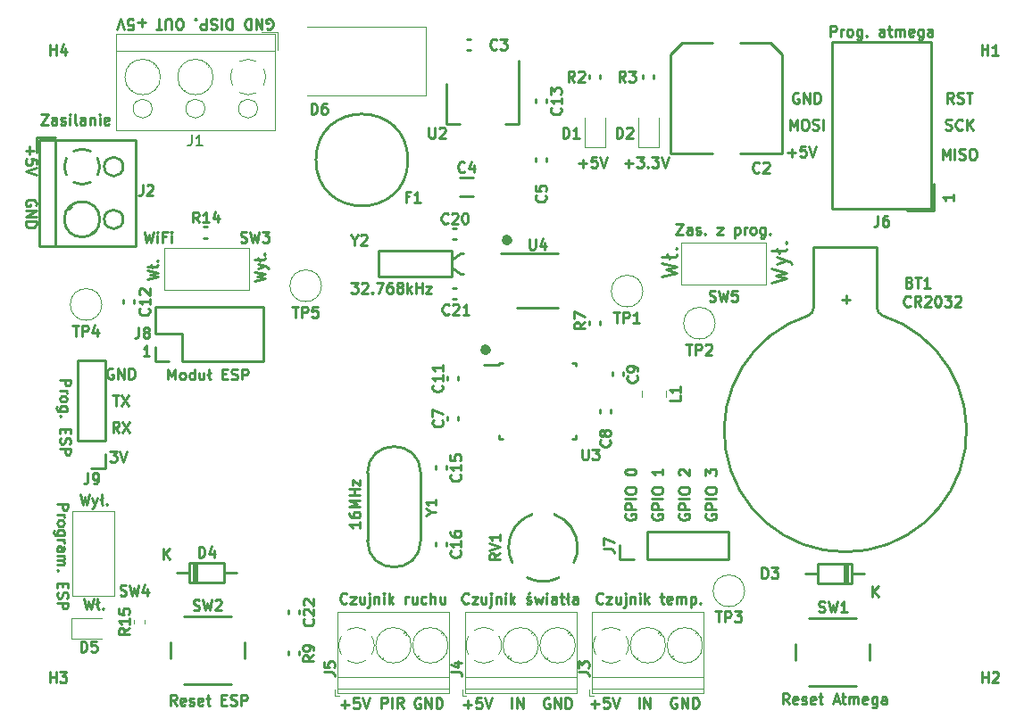
<source format=gbr>
G04 #@! TF.GenerationSoftware,KiCad,Pcbnew,(5.1.5)-3*
G04 #@! TF.CreationDate,2021-01-23T10:44:03+01:00*
G04 #@! TF.ProjectId,PONG_Display,504f4e47-5f44-4697-9370-6c61792e6b69,rev?*
G04 #@! TF.SameCoordinates,Original*
G04 #@! TF.FileFunction,Legend,Top*
G04 #@! TF.FilePolarity,Positive*
%FSLAX46Y46*%
G04 Gerber Fmt 4.6, Leading zero omitted, Abs format (unit mm)*
G04 Created by KiCad (PCBNEW (5.1.5)-3) date 2021-01-23 10:44:03*
%MOMM*%
%LPD*%
G04 APERTURE LIST*
%ADD10C,0.750000*%
%ADD11C,0.250000*%
%ADD12C,0.120000*%
%ADD13C,0.220000*%
%ADD14C,0.150000*%
G04 APERTURE END LIST*
D10*
X58674000Y-32821428D02*
X58816857Y-32964285D01*
X58674000Y-33107142D01*
X58531142Y-32964285D01*
X58674000Y-32821428D01*
X58674000Y-33107142D01*
D11*
X100028571Y-25344380D02*
X100028571Y-24344380D01*
X100361904Y-25058666D01*
X100695238Y-24344380D01*
X100695238Y-25344380D01*
X101171428Y-25344380D02*
X101171428Y-24344380D01*
X101600000Y-25296761D02*
X101742857Y-25344380D01*
X101980952Y-25344380D01*
X102076190Y-25296761D01*
X102123809Y-25249142D01*
X102171428Y-25153904D01*
X102171428Y-25058666D01*
X102123809Y-24963428D01*
X102076190Y-24915809D01*
X101980952Y-24868190D01*
X101790476Y-24820571D01*
X101695238Y-24772952D01*
X101647619Y-24725333D01*
X101600000Y-24630095D01*
X101600000Y-24534857D01*
X101647619Y-24439619D01*
X101695238Y-24392000D01*
X101790476Y-24344380D01*
X102028571Y-24344380D01*
X102171428Y-24392000D01*
X102790476Y-24344380D02*
X102980952Y-24344380D01*
X103076190Y-24392000D01*
X103171428Y-24487238D01*
X103219047Y-24677714D01*
X103219047Y-25011047D01*
X103171428Y-25201523D01*
X103076190Y-25296761D01*
X102980952Y-25344380D01*
X102790476Y-25344380D01*
X102695238Y-25296761D01*
X102600000Y-25201523D01*
X102552380Y-25011047D01*
X102552380Y-24677714D01*
X102600000Y-24487238D01*
X102695238Y-24392000D01*
X102790476Y-24344380D01*
X100314285Y-22502761D02*
X100457142Y-22550380D01*
X100695238Y-22550380D01*
X100790476Y-22502761D01*
X100838095Y-22455142D01*
X100885714Y-22359904D01*
X100885714Y-22264666D01*
X100838095Y-22169428D01*
X100790476Y-22121809D01*
X100695238Y-22074190D01*
X100504761Y-22026571D01*
X100409523Y-21978952D01*
X100361904Y-21931333D01*
X100314285Y-21836095D01*
X100314285Y-21740857D01*
X100361904Y-21645619D01*
X100409523Y-21598000D01*
X100504761Y-21550380D01*
X100742857Y-21550380D01*
X100885714Y-21598000D01*
X101885714Y-22455142D02*
X101838095Y-22502761D01*
X101695238Y-22550380D01*
X101600000Y-22550380D01*
X101457142Y-22502761D01*
X101361904Y-22407523D01*
X101314285Y-22312285D01*
X101266666Y-22121809D01*
X101266666Y-21978952D01*
X101314285Y-21788476D01*
X101361904Y-21693238D01*
X101457142Y-21598000D01*
X101600000Y-21550380D01*
X101695238Y-21550380D01*
X101838095Y-21598000D01*
X101885714Y-21645619D01*
X102314285Y-22550380D02*
X102314285Y-21550380D01*
X102885714Y-22550380D02*
X102457142Y-21978952D01*
X102885714Y-21550380D02*
X102314285Y-22121809D01*
X101052380Y-20010380D02*
X100719047Y-19534190D01*
X100480952Y-20010380D02*
X100480952Y-19010380D01*
X100861904Y-19010380D01*
X100957142Y-19058000D01*
X101004761Y-19105619D01*
X101052380Y-19200857D01*
X101052380Y-19343714D01*
X101004761Y-19438952D01*
X100957142Y-19486571D01*
X100861904Y-19534190D01*
X100480952Y-19534190D01*
X101433333Y-19962761D02*
X101576190Y-20010380D01*
X101814285Y-20010380D01*
X101909523Y-19962761D01*
X101957142Y-19915142D01*
X102004761Y-19819904D01*
X102004761Y-19724666D01*
X101957142Y-19629428D01*
X101909523Y-19581809D01*
X101814285Y-19534190D01*
X101623809Y-19486571D01*
X101528571Y-19438952D01*
X101480952Y-19391333D01*
X101433333Y-19296095D01*
X101433333Y-19200857D01*
X101480952Y-19105619D01*
X101528571Y-19058000D01*
X101623809Y-19010380D01*
X101861904Y-19010380D01*
X102004761Y-19058000D01*
X102290476Y-19010380D02*
X102861904Y-19010380D01*
X102576190Y-20010380D02*
X102576190Y-19010380D01*
X85328285Y-24709428D02*
X86090190Y-24709428D01*
X85709238Y-25090380D02*
X85709238Y-24328476D01*
X87042571Y-24090380D02*
X86566380Y-24090380D01*
X86518761Y-24566571D01*
X86566380Y-24518952D01*
X86661619Y-24471333D01*
X86899714Y-24471333D01*
X86994952Y-24518952D01*
X87042571Y-24566571D01*
X87090190Y-24661809D01*
X87090190Y-24899904D01*
X87042571Y-24995142D01*
X86994952Y-25042761D01*
X86899714Y-25090380D01*
X86661619Y-25090380D01*
X86566380Y-25042761D01*
X86518761Y-24995142D01*
X87375904Y-24090380D02*
X87709238Y-25090380D01*
X88042571Y-24090380D01*
X85550571Y-22550380D02*
X85550571Y-21550380D01*
X85883904Y-22264666D01*
X86217238Y-21550380D01*
X86217238Y-22550380D01*
X86883904Y-21550380D02*
X87074380Y-21550380D01*
X87169619Y-21598000D01*
X87264857Y-21693238D01*
X87312476Y-21883714D01*
X87312476Y-22217047D01*
X87264857Y-22407523D01*
X87169619Y-22502761D01*
X87074380Y-22550380D01*
X86883904Y-22550380D01*
X86788666Y-22502761D01*
X86693428Y-22407523D01*
X86645809Y-22217047D01*
X86645809Y-21883714D01*
X86693428Y-21693238D01*
X86788666Y-21598000D01*
X86883904Y-21550380D01*
X87693428Y-22502761D02*
X87836285Y-22550380D01*
X88074380Y-22550380D01*
X88169619Y-22502761D01*
X88217238Y-22455142D01*
X88264857Y-22359904D01*
X88264857Y-22264666D01*
X88217238Y-22169428D01*
X88169619Y-22121809D01*
X88074380Y-22074190D01*
X87883904Y-22026571D01*
X87788666Y-21978952D01*
X87741047Y-21931333D01*
X87693428Y-21836095D01*
X87693428Y-21740857D01*
X87741047Y-21645619D01*
X87788666Y-21598000D01*
X87883904Y-21550380D01*
X88122000Y-21550380D01*
X88264857Y-21598000D01*
X88693428Y-22550380D02*
X88693428Y-21550380D01*
X86360095Y-19058000D02*
X86264857Y-19010380D01*
X86122000Y-19010380D01*
X85979142Y-19058000D01*
X85883904Y-19153238D01*
X85836285Y-19248476D01*
X85788666Y-19438952D01*
X85788666Y-19581809D01*
X85836285Y-19772285D01*
X85883904Y-19867523D01*
X85979142Y-19962761D01*
X86122000Y-20010380D01*
X86217238Y-20010380D01*
X86360095Y-19962761D01*
X86407714Y-19915142D01*
X86407714Y-19581809D01*
X86217238Y-19581809D01*
X86836285Y-20010380D02*
X86836285Y-19010380D01*
X87407714Y-20010380D01*
X87407714Y-19010380D01*
X87883904Y-20010380D02*
X87883904Y-19010380D01*
X88122000Y-19010380D01*
X88264857Y-19058000D01*
X88360095Y-19153238D01*
X88407714Y-19248476D01*
X88455333Y-19438952D01*
X88455333Y-19581809D01*
X88407714Y-19772285D01*
X88360095Y-19867523D01*
X88264857Y-19962761D01*
X88122000Y-20010380D01*
X87883904Y-20010380D01*
X89400666Y-13660380D02*
X89400666Y-12660380D01*
X89781619Y-12660380D01*
X89876857Y-12708000D01*
X89924476Y-12755619D01*
X89972095Y-12850857D01*
X89972095Y-12993714D01*
X89924476Y-13088952D01*
X89876857Y-13136571D01*
X89781619Y-13184190D01*
X89400666Y-13184190D01*
X90400666Y-13660380D02*
X90400666Y-12993714D01*
X90400666Y-13184190D02*
X90448285Y-13088952D01*
X90495904Y-13041333D01*
X90591142Y-12993714D01*
X90686380Y-12993714D01*
X91162571Y-13660380D02*
X91067333Y-13612761D01*
X91019714Y-13565142D01*
X90972095Y-13469904D01*
X90972095Y-13184190D01*
X91019714Y-13088952D01*
X91067333Y-13041333D01*
X91162571Y-12993714D01*
X91305428Y-12993714D01*
X91400666Y-13041333D01*
X91448285Y-13088952D01*
X91495904Y-13184190D01*
X91495904Y-13469904D01*
X91448285Y-13565142D01*
X91400666Y-13612761D01*
X91305428Y-13660380D01*
X91162571Y-13660380D01*
X92353047Y-12993714D02*
X92353047Y-13803238D01*
X92305428Y-13898476D01*
X92257809Y-13946095D01*
X92162571Y-13993714D01*
X92019714Y-13993714D01*
X91924476Y-13946095D01*
X92353047Y-13612761D02*
X92257809Y-13660380D01*
X92067333Y-13660380D01*
X91972095Y-13612761D01*
X91924476Y-13565142D01*
X91876857Y-13469904D01*
X91876857Y-13184190D01*
X91924476Y-13088952D01*
X91972095Y-13041333D01*
X92067333Y-12993714D01*
X92257809Y-12993714D01*
X92353047Y-13041333D01*
X92829238Y-13565142D02*
X92876857Y-13612761D01*
X92829238Y-13660380D01*
X92781619Y-13612761D01*
X92829238Y-13565142D01*
X92829238Y-13660380D01*
X94495904Y-13660380D02*
X94495904Y-13136571D01*
X94448285Y-13041333D01*
X94353047Y-12993714D01*
X94162571Y-12993714D01*
X94067333Y-13041333D01*
X94495904Y-13612761D02*
X94400666Y-13660380D01*
X94162571Y-13660380D01*
X94067333Y-13612761D01*
X94019714Y-13517523D01*
X94019714Y-13422285D01*
X94067333Y-13327047D01*
X94162571Y-13279428D01*
X94400666Y-13279428D01*
X94495904Y-13231809D01*
X94829238Y-12993714D02*
X95210190Y-12993714D01*
X94972095Y-12660380D02*
X94972095Y-13517523D01*
X95019714Y-13612761D01*
X95114952Y-13660380D01*
X95210190Y-13660380D01*
X95543523Y-13660380D02*
X95543523Y-12993714D01*
X95543523Y-13088952D02*
X95591142Y-13041333D01*
X95686380Y-12993714D01*
X95829238Y-12993714D01*
X95924476Y-13041333D01*
X95972095Y-13136571D01*
X95972095Y-13660380D01*
X95972095Y-13136571D02*
X96019714Y-13041333D01*
X96114952Y-12993714D01*
X96257809Y-12993714D01*
X96353047Y-13041333D01*
X96400666Y-13136571D01*
X96400666Y-13660380D01*
X97257809Y-13612761D02*
X97162571Y-13660380D01*
X96972095Y-13660380D01*
X96876857Y-13612761D01*
X96829238Y-13517523D01*
X96829238Y-13136571D01*
X96876857Y-13041333D01*
X96972095Y-12993714D01*
X97162571Y-12993714D01*
X97257809Y-13041333D01*
X97305428Y-13136571D01*
X97305428Y-13231809D01*
X96829238Y-13327047D01*
X98162571Y-12993714D02*
X98162571Y-13803238D01*
X98114952Y-13898476D01*
X98067333Y-13946095D01*
X97972095Y-13993714D01*
X97829238Y-13993714D01*
X97734000Y-13946095D01*
X98162571Y-13612761D02*
X98067333Y-13660380D01*
X97876857Y-13660380D01*
X97781619Y-13612761D01*
X97734000Y-13565142D01*
X97686380Y-13469904D01*
X97686380Y-13184190D01*
X97734000Y-13088952D01*
X97781619Y-13041333D01*
X97876857Y-12993714D01*
X98067333Y-12993714D01*
X98162571Y-13041333D01*
X99067333Y-13660380D02*
X99067333Y-13136571D01*
X99019714Y-13041333D01*
X98924476Y-12993714D01*
X98734000Y-12993714D01*
X98638761Y-13041333D01*
X99067333Y-13612761D02*
X98972095Y-13660380D01*
X98734000Y-13660380D01*
X98638761Y-13612761D01*
X98591142Y-13517523D01*
X98591142Y-13422285D01*
X98638761Y-13327047D01*
X98734000Y-13279428D01*
X98972095Y-13279428D01*
X99067333Y-13231809D01*
X24320666Y-32218380D02*
X24558761Y-33218380D01*
X24749238Y-32504095D01*
X24939714Y-33218380D01*
X25177809Y-32218380D01*
X25558761Y-33218380D02*
X25558761Y-32551714D01*
X25558761Y-32218380D02*
X25511142Y-32266000D01*
X25558761Y-32313619D01*
X25606380Y-32266000D01*
X25558761Y-32218380D01*
X25558761Y-32313619D01*
X26368285Y-32694571D02*
X26034952Y-32694571D01*
X26034952Y-33218380D02*
X26034952Y-32218380D01*
X26511142Y-32218380D01*
X26892095Y-33218380D02*
X26892095Y-32551714D01*
X26892095Y-32218380D02*
X26844476Y-32266000D01*
X26892095Y-32313619D01*
X26939714Y-32266000D01*
X26892095Y-32218380D01*
X26892095Y-32313619D01*
X34758380Y-36869523D02*
X35758380Y-36631428D01*
X35044095Y-36440952D01*
X35758380Y-36250476D01*
X34758380Y-36012380D01*
X35091714Y-35726666D02*
X35758380Y-35488571D01*
X35091714Y-35250476D02*
X35758380Y-35488571D01*
X35996476Y-35583809D01*
X36044095Y-35631428D01*
X36091714Y-35726666D01*
X35758380Y-34726666D02*
X35710761Y-34821904D01*
X35615523Y-34869523D01*
X34758380Y-34869523D01*
X35282190Y-35012380D02*
X35091714Y-34726666D01*
X35663142Y-34345714D02*
X35710761Y-34298095D01*
X35758380Y-34345714D01*
X35710761Y-34393333D01*
X35663142Y-34345714D01*
X35758380Y-34345714D01*
X24598380Y-36742571D02*
X25598380Y-36504476D01*
X24884095Y-36314000D01*
X25598380Y-36123523D01*
X24598380Y-35885428D01*
X25598380Y-35361619D02*
X25550761Y-35456857D01*
X25455523Y-35504476D01*
X24598380Y-35504476D01*
X25122190Y-35647333D02*
X24931714Y-35361619D01*
X25503142Y-34980666D02*
X25550761Y-34933047D01*
X25598380Y-34980666D01*
X25550761Y-35028285D01*
X25503142Y-34980666D01*
X25598380Y-34980666D01*
X26591095Y-46235880D02*
X26591095Y-45235880D01*
X26924428Y-45950166D01*
X27257761Y-45235880D01*
X27257761Y-46235880D01*
X27876809Y-46235880D02*
X27781571Y-46188261D01*
X27733952Y-46140642D01*
X27686333Y-46045404D01*
X27686333Y-45759690D01*
X27733952Y-45664452D01*
X27781571Y-45616833D01*
X27876809Y-45569214D01*
X28019666Y-45569214D01*
X28114904Y-45616833D01*
X28162523Y-45664452D01*
X28210142Y-45759690D01*
X28210142Y-46045404D01*
X28162523Y-46140642D01*
X28114904Y-46188261D01*
X28019666Y-46235880D01*
X27876809Y-46235880D01*
X29067285Y-46235880D02*
X29067285Y-45235880D01*
X29067285Y-46188261D02*
X28972047Y-46235880D01*
X28781571Y-46235880D01*
X28686333Y-46188261D01*
X28638714Y-46140642D01*
X28591095Y-46045404D01*
X28591095Y-45759690D01*
X28638714Y-45664452D01*
X28686333Y-45616833D01*
X28781571Y-45569214D01*
X28972047Y-45569214D01*
X29067285Y-45616833D01*
X29972047Y-45569214D02*
X29972047Y-46235880D01*
X29543476Y-45569214D02*
X29543476Y-46093023D01*
X29591095Y-46188261D01*
X29686333Y-46235880D01*
X29829190Y-46235880D01*
X29924428Y-46188261D01*
X29972047Y-46140642D01*
X30591095Y-46235880D02*
X30495857Y-46188261D01*
X30448238Y-46093023D01*
X30448238Y-45235880D01*
X30305380Y-45759690D02*
X30591095Y-45569214D01*
X31733952Y-45712071D02*
X32067285Y-45712071D01*
X32210142Y-46235880D02*
X31733952Y-46235880D01*
X31733952Y-45235880D01*
X32210142Y-45235880D01*
X32591095Y-46188261D02*
X32733952Y-46235880D01*
X32972047Y-46235880D01*
X33067285Y-46188261D01*
X33114904Y-46140642D01*
X33162523Y-46045404D01*
X33162523Y-45950166D01*
X33114904Y-45854928D01*
X33067285Y-45807309D01*
X32972047Y-45759690D01*
X32781571Y-45712071D01*
X32686333Y-45664452D01*
X32638714Y-45616833D01*
X32591095Y-45521595D01*
X32591095Y-45426357D01*
X32638714Y-45331119D01*
X32686333Y-45283500D01*
X32781571Y-45235880D01*
X33019666Y-45235880D01*
X33162523Y-45283500D01*
X33591095Y-46235880D02*
X33591095Y-45235880D01*
X33972047Y-45235880D01*
X34067285Y-45283500D01*
X34114904Y-45331119D01*
X34162523Y-45426357D01*
X34162523Y-45569214D01*
X34114904Y-45664452D01*
X34067285Y-45712071D01*
X33972047Y-45759690D01*
X33591095Y-45759690D01*
X18248476Y-57110380D02*
X18486571Y-58110380D01*
X18677047Y-57396095D01*
X18867523Y-58110380D01*
X19105619Y-57110380D01*
X19391333Y-57443714D02*
X19629428Y-58110380D01*
X19867523Y-57443714D02*
X19629428Y-58110380D01*
X19534190Y-58348476D01*
X19486571Y-58396095D01*
X19391333Y-58443714D01*
X20391333Y-58110380D02*
X20296095Y-58062761D01*
X20248476Y-57967523D01*
X20248476Y-57110380D01*
X20105619Y-57634190D02*
X20391333Y-57443714D01*
X20772285Y-58015142D02*
X20819904Y-58062761D01*
X20772285Y-58110380D01*
X20724666Y-58062761D01*
X20772285Y-58015142D01*
X20772285Y-58110380D01*
X69882000Y-25725428D02*
X70643904Y-25725428D01*
X70262952Y-26106380D02*
X70262952Y-25344476D01*
X71024857Y-25106380D02*
X71643904Y-25106380D01*
X71310571Y-25487333D01*
X71453428Y-25487333D01*
X71548666Y-25534952D01*
X71596285Y-25582571D01*
X71643904Y-25677809D01*
X71643904Y-25915904D01*
X71596285Y-26011142D01*
X71548666Y-26058761D01*
X71453428Y-26106380D01*
X71167714Y-26106380D01*
X71072476Y-26058761D01*
X71024857Y-26011142D01*
X72072476Y-26011142D02*
X72120095Y-26058761D01*
X72072476Y-26106380D01*
X72024857Y-26058761D01*
X72072476Y-26011142D01*
X72072476Y-26106380D01*
X72453428Y-25106380D02*
X73072476Y-25106380D01*
X72739142Y-25487333D01*
X72882000Y-25487333D01*
X72977238Y-25534952D01*
X73024857Y-25582571D01*
X73072476Y-25677809D01*
X73072476Y-25915904D01*
X73024857Y-26011142D01*
X72977238Y-26058761D01*
X72882000Y-26106380D01*
X72596285Y-26106380D01*
X72501047Y-26058761D01*
X72453428Y-26011142D01*
X73358190Y-25106380D02*
X73691523Y-26106380D01*
X74024857Y-25106380D01*
X65516285Y-25725428D02*
X66278190Y-25725428D01*
X65897238Y-26106380D02*
X65897238Y-25344476D01*
X67230571Y-25106380D02*
X66754380Y-25106380D01*
X66706761Y-25582571D01*
X66754380Y-25534952D01*
X66849619Y-25487333D01*
X67087714Y-25487333D01*
X67182952Y-25534952D01*
X67230571Y-25582571D01*
X67278190Y-25677809D01*
X67278190Y-25915904D01*
X67230571Y-26011142D01*
X67182952Y-26058761D01*
X67087714Y-26106380D01*
X66849619Y-26106380D01*
X66754380Y-26058761D01*
X66706761Y-26011142D01*
X67563904Y-25106380D02*
X67897238Y-26106380D01*
X68230571Y-25106380D01*
X83760571Y-37016285D02*
X85260571Y-36659142D01*
X84189142Y-36373428D01*
X85260571Y-36087714D01*
X83760571Y-35730571D01*
X84260571Y-35302000D02*
X85260571Y-34944857D01*
X84260571Y-34587714D02*
X85260571Y-34944857D01*
X85617714Y-35087714D01*
X85689142Y-35159142D01*
X85760571Y-35302000D01*
X85260571Y-33802000D02*
X85189142Y-33944857D01*
X85046285Y-34016285D01*
X83760571Y-34016285D01*
X84546285Y-34230571D02*
X84260571Y-33802000D01*
X85117714Y-33230571D02*
X85189142Y-33159142D01*
X85260571Y-33230571D01*
X85189142Y-33302000D01*
X85117714Y-33230571D01*
X85260571Y-33230571D01*
X73346571Y-36444857D02*
X74846571Y-36087714D01*
X73775142Y-35802000D01*
X74846571Y-35516285D01*
X73346571Y-35159142D01*
X74846571Y-34373428D02*
X74775142Y-34516285D01*
X74632285Y-34587714D01*
X73346571Y-34587714D01*
X74132285Y-34802000D02*
X73846571Y-34373428D01*
X74703714Y-33802000D02*
X74775142Y-33730571D01*
X74846571Y-33802000D01*
X74775142Y-33873428D01*
X74703714Y-33802000D01*
X74846571Y-33802000D01*
X74748000Y-31456380D02*
X75414666Y-31456380D01*
X74748000Y-32456380D01*
X75414666Y-32456380D01*
X76224190Y-32456380D02*
X76224190Y-31932571D01*
X76176571Y-31837333D01*
X76081333Y-31789714D01*
X75890857Y-31789714D01*
X75795619Y-31837333D01*
X76224190Y-32408761D02*
X76128952Y-32456380D01*
X75890857Y-32456380D01*
X75795619Y-32408761D01*
X75748000Y-32313523D01*
X75748000Y-32218285D01*
X75795619Y-32123047D01*
X75890857Y-32075428D01*
X76128952Y-32075428D01*
X76224190Y-32027809D01*
X76652761Y-32408761D02*
X76748000Y-32456380D01*
X76938476Y-32456380D01*
X77033714Y-32408761D01*
X77081333Y-32313523D01*
X77081333Y-32265904D01*
X77033714Y-32170666D01*
X76938476Y-32123047D01*
X76795619Y-32123047D01*
X76700380Y-32075428D01*
X76652761Y-31980190D01*
X76652761Y-31932571D01*
X76700380Y-31837333D01*
X76795619Y-31789714D01*
X76938476Y-31789714D01*
X77033714Y-31837333D01*
X77509904Y-32361142D02*
X77557523Y-32408761D01*
X77509904Y-32456380D01*
X77462285Y-32408761D01*
X77509904Y-32361142D01*
X77509904Y-32456380D01*
X78652761Y-31789714D02*
X79176571Y-31789714D01*
X78652761Y-32456380D01*
X79176571Y-32456380D01*
X80319428Y-31789714D02*
X80319428Y-32789714D01*
X80319428Y-31837333D02*
X80414666Y-31789714D01*
X80605142Y-31789714D01*
X80700380Y-31837333D01*
X80748000Y-31884952D01*
X80795619Y-31980190D01*
X80795619Y-32265904D01*
X80748000Y-32361142D01*
X80700380Y-32408761D01*
X80605142Y-32456380D01*
X80414666Y-32456380D01*
X80319428Y-32408761D01*
X81224190Y-32456380D02*
X81224190Y-31789714D01*
X81224190Y-31980190D02*
X81271809Y-31884952D01*
X81319428Y-31837333D01*
X81414666Y-31789714D01*
X81509904Y-31789714D01*
X81986095Y-32456380D02*
X81890857Y-32408761D01*
X81843238Y-32361142D01*
X81795619Y-32265904D01*
X81795619Y-31980190D01*
X81843238Y-31884952D01*
X81890857Y-31837333D01*
X81986095Y-31789714D01*
X82128952Y-31789714D01*
X82224190Y-31837333D01*
X82271809Y-31884952D01*
X82319428Y-31980190D01*
X82319428Y-32265904D01*
X82271809Y-32361142D01*
X82224190Y-32408761D01*
X82128952Y-32456380D01*
X81986095Y-32456380D01*
X83176571Y-31789714D02*
X83176571Y-32599238D01*
X83128952Y-32694476D01*
X83081333Y-32742095D01*
X82986095Y-32789714D01*
X82843238Y-32789714D01*
X82748000Y-32742095D01*
X83176571Y-32408761D02*
X83081333Y-32456380D01*
X82890857Y-32456380D01*
X82795619Y-32408761D01*
X82748000Y-32361142D01*
X82700380Y-32265904D01*
X82700380Y-31980190D01*
X82748000Y-31884952D01*
X82795619Y-31837333D01*
X82890857Y-31789714D01*
X83081333Y-31789714D01*
X83176571Y-31837333D01*
X83652761Y-32361142D02*
X83700380Y-32408761D01*
X83652761Y-32456380D01*
X83605142Y-32408761D01*
X83652761Y-32361142D01*
X83652761Y-32456380D01*
X16057619Y-58039619D02*
X17057619Y-58039619D01*
X17057619Y-58420571D01*
X17010000Y-58515809D01*
X16962380Y-58563428D01*
X16867142Y-58611047D01*
X16724285Y-58611047D01*
X16629047Y-58563428D01*
X16581428Y-58515809D01*
X16533809Y-58420571D01*
X16533809Y-58039619D01*
X16057619Y-59039619D02*
X16724285Y-59039619D01*
X16533809Y-59039619D02*
X16629047Y-59087238D01*
X16676666Y-59134857D01*
X16724285Y-59230095D01*
X16724285Y-59325333D01*
X16057619Y-59801523D02*
X16105238Y-59706285D01*
X16152857Y-59658666D01*
X16248095Y-59611047D01*
X16533809Y-59611047D01*
X16629047Y-59658666D01*
X16676666Y-59706285D01*
X16724285Y-59801523D01*
X16724285Y-59944380D01*
X16676666Y-60039619D01*
X16629047Y-60087238D01*
X16533809Y-60134857D01*
X16248095Y-60134857D01*
X16152857Y-60087238D01*
X16105238Y-60039619D01*
X16057619Y-59944380D01*
X16057619Y-59801523D01*
X16724285Y-60992000D02*
X15914761Y-60992000D01*
X15819523Y-60944380D01*
X15771904Y-60896761D01*
X15724285Y-60801523D01*
X15724285Y-60658666D01*
X15771904Y-60563428D01*
X16105238Y-60992000D02*
X16057619Y-60896761D01*
X16057619Y-60706285D01*
X16105238Y-60611047D01*
X16152857Y-60563428D01*
X16248095Y-60515809D01*
X16533809Y-60515809D01*
X16629047Y-60563428D01*
X16676666Y-60611047D01*
X16724285Y-60706285D01*
X16724285Y-60896761D01*
X16676666Y-60992000D01*
X16057619Y-61468190D02*
X16724285Y-61468190D01*
X16533809Y-61468190D02*
X16629047Y-61515809D01*
X16676666Y-61563428D01*
X16724285Y-61658666D01*
X16724285Y-61753904D01*
X16057619Y-62515809D02*
X16581428Y-62515809D01*
X16676666Y-62468190D01*
X16724285Y-62372952D01*
X16724285Y-62182476D01*
X16676666Y-62087238D01*
X16105238Y-62515809D02*
X16057619Y-62420571D01*
X16057619Y-62182476D01*
X16105238Y-62087238D01*
X16200476Y-62039619D01*
X16295714Y-62039619D01*
X16390952Y-62087238D01*
X16438571Y-62182476D01*
X16438571Y-62420571D01*
X16486190Y-62515809D01*
X16057619Y-62992000D02*
X16724285Y-62992000D01*
X16629047Y-62992000D02*
X16676666Y-63039619D01*
X16724285Y-63134857D01*
X16724285Y-63277714D01*
X16676666Y-63372952D01*
X16581428Y-63420571D01*
X16057619Y-63420571D01*
X16581428Y-63420571D02*
X16676666Y-63468190D01*
X16724285Y-63563428D01*
X16724285Y-63706285D01*
X16676666Y-63801523D01*
X16581428Y-63849142D01*
X16057619Y-63849142D01*
X16152857Y-64325333D02*
X16105238Y-64372952D01*
X16057619Y-64325333D01*
X16105238Y-64277714D01*
X16152857Y-64325333D01*
X16057619Y-64325333D01*
X16581428Y-65563428D02*
X16581428Y-65896761D01*
X16057619Y-66039619D02*
X16057619Y-65563428D01*
X17057619Y-65563428D01*
X17057619Y-66039619D01*
X16105238Y-66420571D02*
X16057619Y-66563428D01*
X16057619Y-66801523D01*
X16105238Y-66896761D01*
X16152857Y-66944380D01*
X16248095Y-66992000D01*
X16343333Y-66992000D01*
X16438571Y-66944380D01*
X16486190Y-66896761D01*
X16533809Y-66801523D01*
X16581428Y-66611047D01*
X16629047Y-66515809D01*
X16676666Y-66468190D01*
X16771904Y-66420571D01*
X16867142Y-66420571D01*
X16962380Y-66468190D01*
X17010000Y-66515809D01*
X17057619Y-66611047D01*
X17057619Y-66849142D01*
X17010000Y-66992000D01*
X16057619Y-67420571D02*
X17057619Y-67420571D01*
X17057619Y-67801523D01*
X17010000Y-67896761D01*
X16962380Y-67944380D01*
X16867142Y-67992000D01*
X16724285Y-67992000D01*
X16629047Y-67944380D01*
X16581428Y-67896761D01*
X16533809Y-67801523D01*
X16533809Y-67420571D01*
X18629428Y-67016380D02*
X18867523Y-68016380D01*
X19058000Y-67302095D01*
X19248476Y-68016380D01*
X19486571Y-67016380D01*
X20010380Y-68016380D02*
X19915142Y-67968761D01*
X19867523Y-67873523D01*
X19867523Y-67016380D01*
X19724666Y-67540190D02*
X20010380Y-67349714D01*
X20391333Y-67921142D02*
X20438952Y-67968761D01*
X20391333Y-68016380D01*
X20343714Y-67968761D01*
X20391333Y-67921142D01*
X20391333Y-68016380D01*
X62738095Y-76500000D02*
X62642857Y-76452380D01*
X62500000Y-76452380D01*
X62357142Y-76500000D01*
X62261904Y-76595238D01*
X62214285Y-76690476D01*
X62166666Y-76880952D01*
X62166666Y-77023809D01*
X62214285Y-77214285D01*
X62261904Y-77309523D01*
X62357142Y-77404761D01*
X62500000Y-77452380D01*
X62595238Y-77452380D01*
X62738095Y-77404761D01*
X62785714Y-77357142D01*
X62785714Y-77023809D01*
X62595238Y-77023809D01*
X63214285Y-77452380D02*
X63214285Y-76452380D01*
X63785714Y-77452380D01*
X63785714Y-76452380D01*
X64261904Y-77452380D02*
X64261904Y-76452380D01*
X64500000Y-76452380D01*
X64642857Y-76500000D01*
X64738095Y-76595238D01*
X64785714Y-76690476D01*
X64833333Y-76880952D01*
X64833333Y-77023809D01*
X64785714Y-77214285D01*
X64738095Y-77309523D01*
X64642857Y-77404761D01*
X64500000Y-77452380D01*
X64261904Y-77452380D01*
X77605000Y-59007142D02*
X77557380Y-59102380D01*
X77557380Y-59245238D01*
X77605000Y-59388095D01*
X77700238Y-59483333D01*
X77795476Y-59530952D01*
X77985952Y-59578571D01*
X78128809Y-59578571D01*
X78319285Y-59530952D01*
X78414523Y-59483333D01*
X78509761Y-59388095D01*
X78557380Y-59245238D01*
X78557380Y-59150000D01*
X78509761Y-59007142D01*
X78462142Y-58959523D01*
X78128809Y-58959523D01*
X78128809Y-59150000D01*
X78557380Y-58530952D02*
X77557380Y-58530952D01*
X77557380Y-58150000D01*
X77605000Y-58054761D01*
X77652619Y-58007142D01*
X77747857Y-57959523D01*
X77890714Y-57959523D01*
X77985952Y-58007142D01*
X78033571Y-58054761D01*
X78081190Y-58150000D01*
X78081190Y-58530952D01*
X78557380Y-57530952D02*
X77557380Y-57530952D01*
X77557380Y-56864285D02*
X77557380Y-56673809D01*
X77605000Y-56578571D01*
X77700238Y-56483333D01*
X77890714Y-56435714D01*
X78224047Y-56435714D01*
X78414523Y-56483333D01*
X78509761Y-56578571D01*
X78557380Y-56673809D01*
X78557380Y-56864285D01*
X78509761Y-56959523D01*
X78414523Y-57054761D01*
X78224047Y-57102380D01*
X77890714Y-57102380D01*
X77700238Y-57054761D01*
X77605000Y-56959523D01*
X77557380Y-56864285D01*
X77557380Y-55340476D02*
X77557380Y-54721428D01*
X77938333Y-55054761D01*
X77938333Y-54911904D01*
X77985952Y-54816666D01*
X78033571Y-54769047D01*
X78128809Y-54721428D01*
X78366904Y-54721428D01*
X78462142Y-54769047D01*
X78509761Y-54816666D01*
X78557380Y-54911904D01*
X78557380Y-55197619D01*
X78509761Y-55292857D01*
X78462142Y-55340476D01*
X75065000Y-59007142D02*
X75017380Y-59102380D01*
X75017380Y-59245238D01*
X75065000Y-59388095D01*
X75160238Y-59483333D01*
X75255476Y-59530952D01*
X75445952Y-59578571D01*
X75588809Y-59578571D01*
X75779285Y-59530952D01*
X75874523Y-59483333D01*
X75969761Y-59388095D01*
X76017380Y-59245238D01*
X76017380Y-59150000D01*
X75969761Y-59007142D01*
X75922142Y-58959523D01*
X75588809Y-58959523D01*
X75588809Y-59150000D01*
X76017380Y-58530952D02*
X75017380Y-58530952D01*
X75017380Y-58150000D01*
X75065000Y-58054761D01*
X75112619Y-58007142D01*
X75207857Y-57959523D01*
X75350714Y-57959523D01*
X75445952Y-58007142D01*
X75493571Y-58054761D01*
X75541190Y-58150000D01*
X75541190Y-58530952D01*
X76017380Y-57530952D02*
X75017380Y-57530952D01*
X75017380Y-56864285D02*
X75017380Y-56673809D01*
X75065000Y-56578571D01*
X75160238Y-56483333D01*
X75350714Y-56435714D01*
X75684047Y-56435714D01*
X75874523Y-56483333D01*
X75969761Y-56578571D01*
X76017380Y-56673809D01*
X76017380Y-56864285D01*
X75969761Y-56959523D01*
X75874523Y-57054761D01*
X75684047Y-57102380D01*
X75350714Y-57102380D01*
X75160238Y-57054761D01*
X75065000Y-56959523D01*
X75017380Y-56864285D01*
X75112619Y-55292857D02*
X75065000Y-55245238D01*
X75017380Y-55150000D01*
X75017380Y-54911904D01*
X75065000Y-54816666D01*
X75112619Y-54769047D01*
X75207857Y-54721428D01*
X75303095Y-54721428D01*
X75445952Y-54769047D01*
X76017380Y-55340476D01*
X76017380Y-54721428D01*
X72525000Y-59007142D02*
X72477380Y-59102380D01*
X72477380Y-59245238D01*
X72525000Y-59388095D01*
X72620238Y-59483333D01*
X72715476Y-59530952D01*
X72905952Y-59578571D01*
X73048809Y-59578571D01*
X73239285Y-59530952D01*
X73334523Y-59483333D01*
X73429761Y-59388095D01*
X73477380Y-59245238D01*
X73477380Y-59150000D01*
X73429761Y-59007142D01*
X73382142Y-58959523D01*
X73048809Y-58959523D01*
X73048809Y-59150000D01*
X73477380Y-58530952D02*
X72477380Y-58530952D01*
X72477380Y-58150000D01*
X72525000Y-58054761D01*
X72572619Y-58007142D01*
X72667857Y-57959523D01*
X72810714Y-57959523D01*
X72905952Y-58007142D01*
X72953571Y-58054761D01*
X73001190Y-58150000D01*
X73001190Y-58530952D01*
X73477380Y-57530952D02*
X72477380Y-57530952D01*
X72477380Y-56864285D02*
X72477380Y-56673809D01*
X72525000Y-56578571D01*
X72620238Y-56483333D01*
X72810714Y-56435714D01*
X73144047Y-56435714D01*
X73334523Y-56483333D01*
X73429761Y-56578571D01*
X73477380Y-56673809D01*
X73477380Y-56864285D01*
X73429761Y-56959523D01*
X73334523Y-57054761D01*
X73144047Y-57102380D01*
X72810714Y-57102380D01*
X72620238Y-57054761D01*
X72525000Y-56959523D01*
X72477380Y-56864285D01*
X73477380Y-54721428D02*
X73477380Y-55292857D01*
X73477380Y-55007142D02*
X72477380Y-55007142D01*
X72620238Y-55102380D01*
X72715476Y-55197619D01*
X72763095Y-55292857D01*
X69985000Y-59007142D02*
X69937380Y-59102380D01*
X69937380Y-59245238D01*
X69985000Y-59388095D01*
X70080238Y-59483333D01*
X70175476Y-59530952D01*
X70365952Y-59578571D01*
X70508809Y-59578571D01*
X70699285Y-59530952D01*
X70794523Y-59483333D01*
X70889761Y-59388095D01*
X70937380Y-59245238D01*
X70937380Y-59150000D01*
X70889761Y-59007142D01*
X70842142Y-58959523D01*
X70508809Y-58959523D01*
X70508809Y-59150000D01*
X70937380Y-58530952D02*
X69937380Y-58530952D01*
X69937380Y-58150000D01*
X69985000Y-58054761D01*
X70032619Y-58007142D01*
X70127857Y-57959523D01*
X70270714Y-57959523D01*
X70365952Y-58007142D01*
X70413571Y-58054761D01*
X70461190Y-58150000D01*
X70461190Y-58530952D01*
X70937380Y-57530952D02*
X69937380Y-57530952D01*
X69937380Y-56864285D02*
X69937380Y-56673809D01*
X69985000Y-56578571D01*
X70080238Y-56483333D01*
X70270714Y-56435714D01*
X70604047Y-56435714D01*
X70794523Y-56483333D01*
X70889761Y-56578571D01*
X70937380Y-56673809D01*
X70937380Y-56864285D01*
X70889761Y-56959523D01*
X70794523Y-57054761D01*
X70604047Y-57102380D01*
X70270714Y-57102380D01*
X70080238Y-57054761D01*
X69985000Y-56959523D01*
X69937380Y-56864285D01*
X69937380Y-55054761D02*
X69937380Y-54959523D01*
X69985000Y-54864285D01*
X70032619Y-54816666D01*
X70127857Y-54769047D01*
X70318333Y-54721428D01*
X70556428Y-54721428D01*
X70746904Y-54769047D01*
X70842142Y-54816666D01*
X70889761Y-54864285D01*
X70937380Y-54959523D01*
X70937380Y-55054761D01*
X70889761Y-55150000D01*
X70842142Y-55197619D01*
X70746904Y-55245238D01*
X70556428Y-55292857D01*
X70318333Y-55292857D01*
X70127857Y-55245238D01*
X70032619Y-55197619D01*
X69985000Y-55150000D01*
X69937380Y-55054761D01*
X21336095Y-45220000D02*
X21240857Y-45172380D01*
X21098000Y-45172380D01*
X20955142Y-45220000D01*
X20859904Y-45315238D01*
X20812285Y-45410476D01*
X20764666Y-45600952D01*
X20764666Y-45743809D01*
X20812285Y-45934285D01*
X20859904Y-46029523D01*
X20955142Y-46124761D01*
X21098000Y-46172380D01*
X21193238Y-46172380D01*
X21336095Y-46124761D01*
X21383714Y-46077142D01*
X21383714Y-45743809D01*
X21193238Y-45743809D01*
X21812285Y-46172380D02*
X21812285Y-45172380D01*
X22383714Y-46172380D01*
X22383714Y-45172380D01*
X22859904Y-46172380D02*
X22859904Y-45172380D01*
X23098000Y-45172380D01*
X23240857Y-45220000D01*
X23336095Y-45315238D01*
X23383714Y-45410476D01*
X23431333Y-45600952D01*
X23431333Y-45743809D01*
X23383714Y-45934285D01*
X23336095Y-46029523D01*
X23240857Y-46124761D01*
X23098000Y-46172380D01*
X22859904Y-46172380D01*
X21336095Y-47712380D02*
X21907523Y-47712380D01*
X21621809Y-48712380D02*
X21621809Y-47712380D01*
X22145619Y-47712380D02*
X22812285Y-48712380D01*
X22812285Y-47712380D02*
X22145619Y-48712380D01*
X21931333Y-51252380D02*
X21598000Y-50776190D01*
X21359904Y-51252380D02*
X21359904Y-50252380D01*
X21740857Y-50252380D01*
X21836095Y-50300000D01*
X21883714Y-50347619D01*
X21931333Y-50442857D01*
X21931333Y-50585714D01*
X21883714Y-50680952D01*
X21836095Y-50728571D01*
X21740857Y-50776190D01*
X21359904Y-50776190D01*
X22264666Y-50252380D02*
X22931333Y-51252380D01*
X22931333Y-50252380D02*
X22264666Y-51252380D01*
X21082095Y-53046380D02*
X21701142Y-53046380D01*
X21367809Y-53427333D01*
X21510666Y-53427333D01*
X21605904Y-53474952D01*
X21653523Y-53522571D01*
X21701142Y-53617809D01*
X21701142Y-53855904D01*
X21653523Y-53951142D01*
X21605904Y-53998761D01*
X21510666Y-54046380D01*
X21224952Y-54046380D01*
X21129714Y-53998761D01*
X21082095Y-53951142D01*
X21986857Y-53046380D02*
X22320190Y-54046380D01*
X22653523Y-53046380D01*
D10*
X56642000Y-43235428D02*
X56784857Y-43378285D01*
X56642000Y-43521142D01*
X56499142Y-43378285D01*
X56642000Y-43235428D01*
X56642000Y-43521142D01*
D11*
X43942476Y-37044380D02*
X44561523Y-37044380D01*
X44228190Y-37425333D01*
X44371047Y-37425333D01*
X44466285Y-37472952D01*
X44513904Y-37520571D01*
X44561523Y-37615809D01*
X44561523Y-37853904D01*
X44513904Y-37949142D01*
X44466285Y-37996761D01*
X44371047Y-38044380D01*
X44085333Y-38044380D01*
X43990095Y-37996761D01*
X43942476Y-37949142D01*
X44942476Y-37139619D02*
X44990095Y-37092000D01*
X45085333Y-37044380D01*
X45323428Y-37044380D01*
X45418666Y-37092000D01*
X45466285Y-37139619D01*
X45513904Y-37234857D01*
X45513904Y-37330095D01*
X45466285Y-37472952D01*
X44894857Y-38044380D01*
X45513904Y-38044380D01*
X45942476Y-37949142D02*
X45990095Y-37996761D01*
X45942476Y-38044380D01*
X45894857Y-37996761D01*
X45942476Y-37949142D01*
X45942476Y-38044380D01*
X46323428Y-37044380D02*
X46990095Y-37044380D01*
X46561523Y-38044380D01*
X47799619Y-37044380D02*
X47609142Y-37044380D01*
X47513904Y-37092000D01*
X47466285Y-37139619D01*
X47371047Y-37282476D01*
X47323428Y-37472952D01*
X47323428Y-37853904D01*
X47371047Y-37949142D01*
X47418666Y-37996761D01*
X47513904Y-38044380D01*
X47704380Y-38044380D01*
X47799619Y-37996761D01*
X47847238Y-37949142D01*
X47894857Y-37853904D01*
X47894857Y-37615809D01*
X47847238Y-37520571D01*
X47799619Y-37472952D01*
X47704380Y-37425333D01*
X47513904Y-37425333D01*
X47418666Y-37472952D01*
X47371047Y-37520571D01*
X47323428Y-37615809D01*
X48466285Y-37472952D02*
X48371047Y-37425333D01*
X48323428Y-37377714D01*
X48275809Y-37282476D01*
X48275809Y-37234857D01*
X48323428Y-37139619D01*
X48371047Y-37092000D01*
X48466285Y-37044380D01*
X48656761Y-37044380D01*
X48752000Y-37092000D01*
X48799619Y-37139619D01*
X48847238Y-37234857D01*
X48847238Y-37282476D01*
X48799619Y-37377714D01*
X48752000Y-37425333D01*
X48656761Y-37472952D01*
X48466285Y-37472952D01*
X48371047Y-37520571D01*
X48323428Y-37568190D01*
X48275809Y-37663428D01*
X48275809Y-37853904D01*
X48323428Y-37949142D01*
X48371047Y-37996761D01*
X48466285Y-38044380D01*
X48656761Y-38044380D01*
X48752000Y-37996761D01*
X48799619Y-37949142D01*
X48847238Y-37853904D01*
X48847238Y-37663428D01*
X48799619Y-37568190D01*
X48752000Y-37520571D01*
X48656761Y-37472952D01*
X49275809Y-38044380D02*
X49275809Y-37044380D01*
X49371047Y-37663428D02*
X49656761Y-38044380D01*
X49656761Y-37377714D02*
X49275809Y-37758666D01*
X50085333Y-38044380D02*
X50085333Y-37044380D01*
X50085333Y-37520571D02*
X50656761Y-37520571D01*
X50656761Y-38044380D02*
X50656761Y-37044380D01*
X51037714Y-37377714D02*
X51561523Y-37377714D01*
X51037714Y-38044380D01*
X51561523Y-38044380D01*
X101036380Y-28670285D02*
X101036380Y-29241714D01*
X101036380Y-28956000D02*
X100036380Y-28956000D01*
X100179238Y-29051238D01*
X100274476Y-29146476D01*
X100322095Y-29241714D01*
X24796714Y-44013380D02*
X24225285Y-44013380D01*
X24511000Y-44013380D02*
X24511000Y-43013380D01*
X24415761Y-43156238D01*
X24320523Y-43251476D01*
X24225285Y-43299095D01*
X27368880Y-77160380D02*
X27035547Y-76684190D01*
X26797452Y-77160380D02*
X26797452Y-76160380D01*
X27178404Y-76160380D01*
X27273642Y-76208000D01*
X27321261Y-76255619D01*
X27368880Y-76350857D01*
X27368880Y-76493714D01*
X27321261Y-76588952D01*
X27273642Y-76636571D01*
X27178404Y-76684190D01*
X26797452Y-76684190D01*
X28178404Y-77112761D02*
X28083166Y-77160380D01*
X27892690Y-77160380D01*
X27797452Y-77112761D01*
X27749833Y-77017523D01*
X27749833Y-76636571D01*
X27797452Y-76541333D01*
X27892690Y-76493714D01*
X28083166Y-76493714D01*
X28178404Y-76541333D01*
X28226023Y-76636571D01*
X28226023Y-76731809D01*
X27749833Y-76827047D01*
X28606976Y-77112761D02*
X28702214Y-77160380D01*
X28892690Y-77160380D01*
X28987928Y-77112761D01*
X29035547Y-77017523D01*
X29035547Y-76969904D01*
X28987928Y-76874666D01*
X28892690Y-76827047D01*
X28749833Y-76827047D01*
X28654595Y-76779428D01*
X28606976Y-76684190D01*
X28606976Y-76636571D01*
X28654595Y-76541333D01*
X28749833Y-76493714D01*
X28892690Y-76493714D01*
X28987928Y-76541333D01*
X29845071Y-77112761D02*
X29749833Y-77160380D01*
X29559357Y-77160380D01*
X29464119Y-77112761D01*
X29416500Y-77017523D01*
X29416500Y-76636571D01*
X29464119Y-76541333D01*
X29559357Y-76493714D01*
X29749833Y-76493714D01*
X29845071Y-76541333D01*
X29892690Y-76636571D01*
X29892690Y-76731809D01*
X29416500Y-76827047D01*
X30178404Y-76493714D02*
X30559357Y-76493714D01*
X30321261Y-76160380D02*
X30321261Y-77017523D01*
X30368880Y-77112761D01*
X30464119Y-77160380D01*
X30559357Y-77160380D01*
X31654595Y-76636571D02*
X31987928Y-76636571D01*
X32130785Y-77160380D02*
X31654595Y-77160380D01*
X31654595Y-76160380D01*
X32130785Y-76160380D01*
X32511738Y-77112761D02*
X32654595Y-77160380D01*
X32892690Y-77160380D01*
X32987928Y-77112761D01*
X33035547Y-77065142D01*
X33083166Y-76969904D01*
X33083166Y-76874666D01*
X33035547Y-76779428D01*
X32987928Y-76731809D01*
X32892690Y-76684190D01*
X32702214Y-76636571D01*
X32606976Y-76588952D01*
X32559357Y-76541333D01*
X32511738Y-76446095D01*
X32511738Y-76350857D01*
X32559357Y-76255619D01*
X32606976Y-76208000D01*
X32702214Y-76160380D01*
X32940309Y-76160380D01*
X33083166Y-76208000D01*
X33511738Y-77160380D02*
X33511738Y-76160380D01*
X33892690Y-76160380D01*
X33987928Y-76208000D01*
X34035547Y-76255619D01*
X34083166Y-76350857D01*
X34083166Y-76493714D01*
X34035547Y-76588952D01*
X33987928Y-76636571D01*
X33892690Y-76684190D01*
X33511738Y-76684190D01*
X85455666Y-77033380D02*
X85122333Y-76557190D01*
X84884238Y-77033380D02*
X84884238Y-76033380D01*
X85265190Y-76033380D01*
X85360428Y-76081000D01*
X85408047Y-76128619D01*
X85455666Y-76223857D01*
X85455666Y-76366714D01*
X85408047Y-76461952D01*
X85360428Y-76509571D01*
X85265190Y-76557190D01*
X84884238Y-76557190D01*
X86265190Y-76985761D02*
X86169952Y-77033380D01*
X85979476Y-77033380D01*
X85884238Y-76985761D01*
X85836619Y-76890523D01*
X85836619Y-76509571D01*
X85884238Y-76414333D01*
X85979476Y-76366714D01*
X86169952Y-76366714D01*
X86265190Y-76414333D01*
X86312809Y-76509571D01*
X86312809Y-76604809D01*
X85836619Y-76700047D01*
X86693761Y-76985761D02*
X86789000Y-77033380D01*
X86979476Y-77033380D01*
X87074714Y-76985761D01*
X87122333Y-76890523D01*
X87122333Y-76842904D01*
X87074714Y-76747666D01*
X86979476Y-76700047D01*
X86836619Y-76700047D01*
X86741380Y-76652428D01*
X86693761Y-76557190D01*
X86693761Y-76509571D01*
X86741380Y-76414333D01*
X86836619Y-76366714D01*
X86979476Y-76366714D01*
X87074714Y-76414333D01*
X87931857Y-76985761D02*
X87836619Y-77033380D01*
X87646142Y-77033380D01*
X87550904Y-76985761D01*
X87503285Y-76890523D01*
X87503285Y-76509571D01*
X87550904Y-76414333D01*
X87646142Y-76366714D01*
X87836619Y-76366714D01*
X87931857Y-76414333D01*
X87979476Y-76509571D01*
X87979476Y-76604809D01*
X87503285Y-76700047D01*
X88265190Y-76366714D02*
X88646142Y-76366714D01*
X88408047Y-76033380D02*
X88408047Y-76890523D01*
X88455666Y-76985761D01*
X88550904Y-77033380D01*
X88646142Y-77033380D01*
X89693761Y-76747666D02*
X90169952Y-76747666D01*
X89598523Y-77033380D02*
X89931857Y-76033380D01*
X90265190Y-77033380D01*
X90455666Y-76366714D02*
X90836619Y-76366714D01*
X90598523Y-76033380D02*
X90598523Y-76890523D01*
X90646142Y-76985761D01*
X90741380Y-77033380D01*
X90836619Y-77033380D01*
X91169952Y-77033380D02*
X91169952Y-76366714D01*
X91169952Y-76461952D02*
X91217571Y-76414333D01*
X91312809Y-76366714D01*
X91455666Y-76366714D01*
X91550904Y-76414333D01*
X91598523Y-76509571D01*
X91598523Y-77033380D01*
X91598523Y-76509571D02*
X91646142Y-76414333D01*
X91741380Y-76366714D01*
X91884238Y-76366714D01*
X91979476Y-76414333D01*
X92027095Y-76509571D01*
X92027095Y-77033380D01*
X92884238Y-76985761D02*
X92789000Y-77033380D01*
X92598523Y-77033380D01*
X92503285Y-76985761D01*
X92455666Y-76890523D01*
X92455666Y-76509571D01*
X92503285Y-76414333D01*
X92598523Y-76366714D01*
X92789000Y-76366714D01*
X92884238Y-76414333D01*
X92931857Y-76509571D01*
X92931857Y-76604809D01*
X92455666Y-76700047D01*
X93789000Y-76366714D02*
X93789000Y-77176238D01*
X93741380Y-77271476D01*
X93693761Y-77319095D01*
X93598523Y-77366714D01*
X93455666Y-77366714D01*
X93360428Y-77319095D01*
X93789000Y-76985761D02*
X93693761Y-77033380D01*
X93503285Y-77033380D01*
X93408047Y-76985761D01*
X93360428Y-76938142D01*
X93312809Y-76842904D01*
X93312809Y-76557190D01*
X93360428Y-76461952D01*
X93408047Y-76414333D01*
X93503285Y-76366714D01*
X93693761Y-76366714D01*
X93789000Y-76414333D01*
X94693761Y-77033380D02*
X94693761Y-76509571D01*
X94646142Y-76414333D01*
X94550904Y-76366714D01*
X94360428Y-76366714D01*
X94265190Y-76414333D01*
X94693761Y-76985761D02*
X94598523Y-77033380D01*
X94360428Y-77033380D01*
X94265190Y-76985761D01*
X94217571Y-76890523D01*
X94217571Y-76795285D01*
X94265190Y-76700047D01*
X94360428Y-76652428D01*
X94598523Y-76652428D01*
X94693761Y-76604809D01*
X16311619Y-46260190D02*
X17311619Y-46260190D01*
X17311619Y-46641142D01*
X17264000Y-46736380D01*
X17216380Y-46784000D01*
X17121142Y-46831619D01*
X16978285Y-46831619D01*
X16883047Y-46784000D01*
X16835428Y-46736380D01*
X16787809Y-46641142D01*
X16787809Y-46260190D01*
X16311619Y-47260190D02*
X16978285Y-47260190D01*
X16787809Y-47260190D02*
X16883047Y-47307809D01*
X16930666Y-47355428D01*
X16978285Y-47450666D01*
X16978285Y-47545904D01*
X16311619Y-48022095D02*
X16359238Y-47926857D01*
X16406857Y-47879238D01*
X16502095Y-47831619D01*
X16787809Y-47831619D01*
X16883047Y-47879238D01*
X16930666Y-47926857D01*
X16978285Y-48022095D01*
X16978285Y-48164952D01*
X16930666Y-48260190D01*
X16883047Y-48307809D01*
X16787809Y-48355428D01*
X16502095Y-48355428D01*
X16406857Y-48307809D01*
X16359238Y-48260190D01*
X16311619Y-48164952D01*
X16311619Y-48022095D01*
X16978285Y-49212571D02*
X16168761Y-49212571D01*
X16073523Y-49164952D01*
X16025904Y-49117333D01*
X15978285Y-49022095D01*
X15978285Y-48879238D01*
X16025904Y-48784000D01*
X16359238Y-49212571D02*
X16311619Y-49117333D01*
X16311619Y-48926857D01*
X16359238Y-48831619D01*
X16406857Y-48784000D01*
X16502095Y-48736380D01*
X16787809Y-48736380D01*
X16883047Y-48784000D01*
X16930666Y-48831619D01*
X16978285Y-48926857D01*
X16978285Y-49117333D01*
X16930666Y-49212571D01*
X16406857Y-49688761D02*
X16359238Y-49736380D01*
X16311619Y-49688761D01*
X16359238Y-49641142D01*
X16406857Y-49688761D01*
X16311619Y-49688761D01*
X16835428Y-50926857D02*
X16835428Y-51260190D01*
X16311619Y-51403047D02*
X16311619Y-50926857D01*
X17311619Y-50926857D01*
X17311619Y-51403047D01*
X16359238Y-51784000D02*
X16311619Y-51926857D01*
X16311619Y-52164952D01*
X16359238Y-52260190D01*
X16406857Y-52307809D01*
X16502095Y-52355428D01*
X16597333Y-52355428D01*
X16692571Y-52307809D01*
X16740190Y-52260190D01*
X16787809Y-52164952D01*
X16835428Y-51974476D01*
X16883047Y-51879238D01*
X16930666Y-51831619D01*
X17025904Y-51784000D01*
X17121142Y-51784000D01*
X17216380Y-51831619D01*
X17264000Y-51879238D01*
X17311619Y-51974476D01*
X17311619Y-52212571D01*
X17264000Y-52355428D01*
X16311619Y-52784000D02*
X17311619Y-52784000D01*
X17311619Y-53164952D01*
X17264000Y-53260190D01*
X17216380Y-53307809D01*
X17121142Y-53355428D01*
X16978285Y-53355428D01*
X16883047Y-53307809D01*
X16835428Y-53260190D01*
X16787809Y-53164952D01*
X16787809Y-52784000D01*
X44775380Y-59729476D02*
X44775380Y-60300904D01*
X44775380Y-60015190D02*
X43775380Y-60015190D01*
X43918238Y-60110428D01*
X44013476Y-60205666D01*
X44061095Y-60300904D01*
X43775380Y-58872333D02*
X43775380Y-59062809D01*
X43823000Y-59158047D01*
X43870619Y-59205666D01*
X44013476Y-59300904D01*
X44203952Y-59348523D01*
X44584904Y-59348523D01*
X44680142Y-59300904D01*
X44727761Y-59253285D01*
X44775380Y-59158047D01*
X44775380Y-58967571D01*
X44727761Y-58872333D01*
X44680142Y-58824714D01*
X44584904Y-58777095D01*
X44346809Y-58777095D01*
X44251571Y-58824714D01*
X44203952Y-58872333D01*
X44156333Y-58967571D01*
X44156333Y-59158047D01*
X44203952Y-59253285D01*
X44251571Y-59300904D01*
X44346809Y-59348523D01*
X44775380Y-58348523D02*
X43775380Y-58348523D01*
X44489666Y-58015190D01*
X43775380Y-57681857D01*
X44775380Y-57681857D01*
X44775380Y-57205666D02*
X43775380Y-57205666D01*
X44251571Y-57205666D02*
X44251571Y-56634238D01*
X44775380Y-56634238D02*
X43775380Y-56634238D01*
X44108714Y-56253285D02*
X44108714Y-55729476D01*
X44775380Y-56253285D01*
X44775380Y-55729476D01*
X67802666Y-67413142D02*
X67755047Y-67460761D01*
X67612190Y-67508380D01*
X67516952Y-67508380D01*
X67374095Y-67460761D01*
X67278857Y-67365523D01*
X67231238Y-67270285D01*
X67183619Y-67079809D01*
X67183619Y-66936952D01*
X67231238Y-66746476D01*
X67278857Y-66651238D01*
X67374095Y-66556000D01*
X67516952Y-66508380D01*
X67612190Y-66508380D01*
X67755047Y-66556000D01*
X67802666Y-66603619D01*
X68136000Y-66841714D02*
X68659809Y-66841714D01*
X68136000Y-67508380D01*
X68659809Y-67508380D01*
X69469333Y-66841714D02*
X69469333Y-67508380D01*
X69040761Y-66841714D02*
X69040761Y-67365523D01*
X69088380Y-67460761D01*
X69183619Y-67508380D01*
X69326476Y-67508380D01*
X69421714Y-67460761D01*
X69469333Y-67413142D01*
X69945523Y-66841714D02*
X69945523Y-67698857D01*
X69897904Y-67794095D01*
X69802666Y-67841714D01*
X69755047Y-67841714D01*
X69945523Y-66508380D02*
X69897904Y-66556000D01*
X69945523Y-66603619D01*
X69993142Y-66556000D01*
X69945523Y-66508380D01*
X69945523Y-66603619D01*
X70421714Y-66841714D02*
X70421714Y-67508380D01*
X70421714Y-66936952D02*
X70469333Y-66889333D01*
X70564571Y-66841714D01*
X70707428Y-66841714D01*
X70802666Y-66889333D01*
X70850285Y-66984571D01*
X70850285Y-67508380D01*
X71326476Y-67508380D02*
X71326476Y-66841714D01*
X71326476Y-66508380D02*
X71278857Y-66556000D01*
X71326476Y-66603619D01*
X71374095Y-66556000D01*
X71326476Y-66508380D01*
X71326476Y-66603619D01*
X71802666Y-67508380D02*
X71802666Y-66508380D01*
X71897904Y-67127428D02*
X72183619Y-67508380D01*
X72183619Y-66841714D02*
X71802666Y-67222666D01*
X73231238Y-66841714D02*
X73612190Y-66841714D01*
X73374095Y-66508380D02*
X73374095Y-67365523D01*
X73421714Y-67460761D01*
X73516952Y-67508380D01*
X73612190Y-67508380D01*
X74326476Y-67460761D02*
X74231238Y-67508380D01*
X74040761Y-67508380D01*
X73945523Y-67460761D01*
X73897904Y-67365523D01*
X73897904Y-66984571D01*
X73945523Y-66889333D01*
X74040761Y-66841714D01*
X74231238Y-66841714D01*
X74326476Y-66889333D01*
X74374095Y-66984571D01*
X74374095Y-67079809D01*
X73897904Y-67175047D01*
X74802666Y-67508380D02*
X74802666Y-66841714D01*
X74802666Y-66936952D02*
X74850285Y-66889333D01*
X74945523Y-66841714D01*
X75088380Y-66841714D01*
X75183619Y-66889333D01*
X75231238Y-66984571D01*
X75231238Y-67508380D01*
X75231238Y-66984571D02*
X75278857Y-66889333D01*
X75374095Y-66841714D01*
X75516952Y-66841714D01*
X75612190Y-66889333D01*
X75659809Y-66984571D01*
X75659809Y-67508380D01*
X76136000Y-66841714D02*
X76136000Y-67841714D01*
X76136000Y-66889333D02*
X76231238Y-66841714D01*
X76421714Y-66841714D01*
X76516952Y-66889333D01*
X76564571Y-66936952D01*
X76612190Y-67032190D01*
X76612190Y-67317904D01*
X76564571Y-67413142D01*
X76516952Y-67460761D01*
X76421714Y-67508380D01*
X76231238Y-67508380D01*
X76136000Y-67460761D01*
X77040761Y-67413142D02*
X77088380Y-67460761D01*
X77040761Y-67508380D01*
X76993142Y-67460761D01*
X77040761Y-67413142D01*
X77040761Y-67508380D01*
X55063047Y-67413142D02*
X55015428Y-67460761D01*
X54872571Y-67508380D01*
X54777333Y-67508380D01*
X54634476Y-67460761D01*
X54539238Y-67365523D01*
X54491619Y-67270285D01*
X54444000Y-67079809D01*
X54444000Y-66936952D01*
X54491619Y-66746476D01*
X54539238Y-66651238D01*
X54634476Y-66556000D01*
X54777333Y-66508380D01*
X54872571Y-66508380D01*
X55015428Y-66556000D01*
X55063047Y-66603619D01*
X55396380Y-66841714D02*
X55920190Y-66841714D01*
X55396380Y-67508380D01*
X55920190Y-67508380D01*
X56729714Y-66841714D02*
X56729714Y-67508380D01*
X56301142Y-66841714D02*
X56301142Y-67365523D01*
X56348761Y-67460761D01*
X56444000Y-67508380D01*
X56586857Y-67508380D01*
X56682095Y-67460761D01*
X56729714Y-67413142D01*
X57205904Y-66841714D02*
X57205904Y-67698857D01*
X57158285Y-67794095D01*
X57063047Y-67841714D01*
X57015428Y-67841714D01*
X57205904Y-66508380D02*
X57158285Y-66556000D01*
X57205904Y-66603619D01*
X57253523Y-66556000D01*
X57205904Y-66508380D01*
X57205904Y-66603619D01*
X57682095Y-66841714D02*
X57682095Y-67508380D01*
X57682095Y-66936952D02*
X57729714Y-66889333D01*
X57824952Y-66841714D01*
X57967809Y-66841714D01*
X58063047Y-66889333D01*
X58110666Y-66984571D01*
X58110666Y-67508380D01*
X58586857Y-67508380D02*
X58586857Y-66841714D01*
X58586857Y-66508380D02*
X58539238Y-66556000D01*
X58586857Y-66603619D01*
X58634476Y-66556000D01*
X58586857Y-66508380D01*
X58586857Y-66603619D01*
X59063047Y-67508380D02*
X59063047Y-66508380D01*
X59158285Y-67127428D02*
X59444000Y-67508380D01*
X59444000Y-66841714D02*
X59063047Y-67222666D01*
X60586857Y-67460761D02*
X60682095Y-67508380D01*
X60872571Y-67508380D01*
X60967809Y-67460761D01*
X61015428Y-67365523D01*
X61015428Y-67317904D01*
X60967809Y-67222666D01*
X60872571Y-67175047D01*
X60729714Y-67175047D01*
X60634476Y-67127428D01*
X60586857Y-67032190D01*
X60586857Y-66984571D01*
X60634476Y-66889333D01*
X60729714Y-66841714D01*
X60872571Y-66841714D01*
X60967809Y-66889333D01*
X60872571Y-66460761D02*
X60729714Y-66603619D01*
X61348761Y-66841714D02*
X61539238Y-67508380D01*
X61729714Y-67032190D01*
X61920190Y-67508380D01*
X62110666Y-66841714D01*
X62491619Y-67508380D02*
X62491619Y-66841714D01*
X62491619Y-66508380D02*
X62444000Y-66556000D01*
X62491619Y-66603619D01*
X62539238Y-66556000D01*
X62491619Y-66508380D01*
X62491619Y-66603619D01*
X63396380Y-67508380D02*
X63396380Y-66984571D01*
X63348761Y-66889333D01*
X63253523Y-66841714D01*
X63063047Y-66841714D01*
X62967809Y-66889333D01*
X63396380Y-67460761D02*
X63301142Y-67508380D01*
X63063047Y-67508380D01*
X62967809Y-67460761D01*
X62920190Y-67365523D01*
X62920190Y-67270285D01*
X62967809Y-67175047D01*
X63063047Y-67127428D01*
X63301142Y-67127428D01*
X63396380Y-67079809D01*
X63729714Y-66841714D02*
X64110666Y-66841714D01*
X63872571Y-66508380D02*
X63872571Y-67365523D01*
X63920190Y-67460761D01*
X64015428Y-67508380D01*
X64110666Y-67508380D01*
X64586857Y-67508380D02*
X64491619Y-67460761D01*
X64444000Y-67365523D01*
X64444000Y-66508380D01*
X64301142Y-67032190D02*
X64586857Y-66841714D01*
X65396380Y-67508380D02*
X65396380Y-66984571D01*
X65348761Y-66889333D01*
X65253523Y-66841714D01*
X65063047Y-66841714D01*
X64967809Y-66889333D01*
X65396380Y-67460761D02*
X65301142Y-67508380D01*
X65063047Y-67508380D01*
X64967809Y-67460761D01*
X64920190Y-67365523D01*
X64920190Y-67270285D01*
X64967809Y-67175047D01*
X65063047Y-67127428D01*
X65301142Y-67127428D01*
X65396380Y-67079809D01*
X43521857Y-67413142D02*
X43474238Y-67460761D01*
X43331380Y-67508380D01*
X43236142Y-67508380D01*
X43093285Y-67460761D01*
X42998047Y-67365523D01*
X42950428Y-67270285D01*
X42902809Y-67079809D01*
X42902809Y-66936952D01*
X42950428Y-66746476D01*
X42998047Y-66651238D01*
X43093285Y-66556000D01*
X43236142Y-66508380D01*
X43331380Y-66508380D01*
X43474238Y-66556000D01*
X43521857Y-66603619D01*
X43855190Y-66841714D02*
X44379000Y-66841714D01*
X43855190Y-67508380D01*
X44379000Y-67508380D01*
X45188523Y-66841714D02*
X45188523Y-67508380D01*
X44759952Y-66841714D02*
X44759952Y-67365523D01*
X44807571Y-67460761D01*
X44902809Y-67508380D01*
X45045666Y-67508380D01*
X45140904Y-67460761D01*
X45188523Y-67413142D01*
X45664714Y-66841714D02*
X45664714Y-67698857D01*
X45617095Y-67794095D01*
X45521857Y-67841714D01*
X45474238Y-67841714D01*
X45664714Y-66508380D02*
X45617095Y-66556000D01*
X45664714Y-66603619D01*
X45712333Y-66556000D01*
X45664714Y-66508380D01*
X45664714Y-66603619D01*
X46140904Y-66841714D02*
X46140904Y-67508380D01*
X46140904Y-66936952D02*
X46188523Y-66889333D01*
X46283761Y-66841714D01*
X46426619Y-66841714D01*
X46521857Y-66889333D01*
X46569476Y-66984571D01*
X46569476Y-67508380D01*
X47045666Y-67508380D02*
X47045666Y-66841714D01*
X47045666Y-66508380D02*
X46998047Y-66556000D01*
X47045666Y-66603619D01*
X47093285Y-66556000D01*
X47045666Y-66508380D01*
X47045666Y-66603619D01*
X47521857Y-67508380D02*
X47521857Y-66508380D01*
X47617095Y-67127428D02*
X47902809Y-67508380D01*
X47902809Y-66841714D02*
X47521857Y-67222666D01*
X49093285Y-67508380D02*
X49093285Y-66841714D01*
X49093285Y-67032190D02*
X49140904Y-66936952D01*
X49188523Y-66889333D01*
X49283761Y-66841714D01*
X49379000Y-66841714D01*
X50140904Y-66841714D02*
X50140904Y-67508380D01*
X49712333Y-66841714D02*
X49712333Y-67365523D01*
X49759952Y-67460761D01*
X49855190Y-67508380D01*
X49998047Y-67508380D01*
X50093285Y-67460761D01*
X50140904Y-67413142D01*
X51045666Y-67460761D02*
X50950428Y-67508380D01*
X50759952Y-67508380D01*
X50664714Y-67460761D01*
X50617095Y-67413142D01*
X50569476Y-67317904D01*
X50569476Y-67032190D01*
X50617095Y-66936952D01*
X50664714Y-66889333D01*
X50759952Y-66841714D01*
X50950428Y-66841714D01*
X51045666Y-66889333D01*
X51474238Y-67508380D02*
X51474238Y-66508380D01*
X51902809Y-67508380D02*
X51902809Y-66984571D01*
X51855190Y-66889333D01*
X51759952Y-66841714D01*
X51617095Y-66841714D01*
X51521857Y-66889333D01*
X51474238Y-66936952D01*
X52807571Y-66841714D02*
X52807571Y-67508380D01*
X52379000Y-66841714D02*
X52379000Y-67365523D01*
X52426619Y-67460761D01*
X52521857Y-67508380D01*
X52664714Y-67508380D01*
X52759952Y-67460761D01*
X52807571Y-67413142D01*
X96964761Y-39219142D02*
X96917142Y-39266761D01*
X96774285Y-39314380D01*
X96679047Y-39314380D01*
X96536190Y-39266761D01*
X96440952Y-39171523D01*
X96393333Y-39076285D01*
X96345714Y-38885809D01*
X96345714Y-38742952D01*
X96393333Y-38552476D01*
X96440952Y-38457238D01*
X96536190Y-38362000D01*
X96679047Y-38314380D01*
X96774285Y-38314380D01*
X96917142Y-38362000D01*
X96964761Y-38409619D01*
X97964761Y-39314380D02*
X97631428Y-38838190D01*
X97393333Y-39314380D02*
X97393333Y-38314380D01*
X97774285Y-38314380D01*
X97869523Y-38362000D01*
X97917142Y-38409619D01*
X97964761Y-38504857D01*
X97964761Y-38647714D01*
X97917142Y-38742952D01*
X97869523Y-38790571D01*
X97774285Y-38838190D01*
X97393333Y-38838190D01*
X98345714Y-38409619D02*
X98393333Y-38362000D01*
X98488571Y-38314380D01*
X98726666Y-38314380D01*
X98821904Y-38362000D01*
X98869523Y-38409619D01*
X98917142Y-38504857D01*
X98917142Y-38600095D01*
X98869523Y-38742952D01*
X98298095Y-39314380D01*
X98917142Y-39314380D01*
X99536190Y-38314380D02*
X99631428Y-38314380D01*
X99726666Y-38362000D01*
X99774285Y-38409619D01*
X99821904Y-38504857D01*
X99869523Y-38695333D01*
X99869523Y-38933428D01*
X99821904Y-39123904D01*
X99774285Y-39219142D01*
X99726666Y-39266761D01*
X99631428Y-39314380D01*
X99536190Y-39314380D01*
X99440952Y-39266761D01*
X99393333Y-39219142D01*
X99345714Y-39123904D01*
X99298095Y-38933428D01*
X99298095Y-38695333D01*
X99345714Y-38504857D01*
X99393333Y-38409619D01*
X99440952Y-38362000D01*
X99536190Y-38314380D01*
X100202857Y-38314380D02*
X100821904Y-38314380D01*
X100488571Y-38695333D01*
X100631428Y-38695333D01*
X100726666Y-38742952D01*
X100774285Y-38790571D01*
X100821904Y-38885809D01*
X100821904Y-39123904D01*
X100774285Y-39219142D01*
X100726666Y-39266761D01*
X100631428Y-39314380D01*
X100345714Y-39314380D01*
X100250476Y-39266761D01*
X100202857Y-39219142D01*
X101202857Y-38409619D02*
X101250476Y-38362000D01*
X101345714Y-38314380D01*
X101583809Y-38314380D01*
X101679047Y-38362000D01*
X101726666Y-38409619D01*
X101774285Y-38504857D01*
X101774285Y-38600095D01*
X101726666Y-38742952D01*
X101155238Y-39314380D01*
X101774285Y-39314380D01*
X35940904Y-12946000D02*
X36036142Y-12993619D01*
X36179000Y-12993619D01*
X36321857Y-12946000D01*
X36417095Y-12850761D01*
X36464714Y-12755523D01*
X36512333Y-12565047D01*
X36512333Y-12422190D01*
X36464714Y-12231714D01*
X36417095Y-12136476D01*
X36321857Y-12041238D01*
X36179000Y-11993619D01*
X36083761Y-11993619D01*
X35940904Y-12041238D01*
X35893285Y-12088857D01*
X35893285Y-12422190D01*
X36083761Y-12422190D01*
X35464714Y-11993619D02*
X35464714Y-12993619D01*
X34893285Y-11993619D01*
X34893285Y-12993619D01*
X34417095Y-11993619D02*
X34417095Y-12993619D01*
X34179000Y-12993619D01*
X34036142Y-12946000D01*
X33940904Y-12850761D01*
X33893285Y-12755523D01*
X33845666Y-12565047D01*
X33845666Y-12422190D01*
X33893285Y-12231714D01*
X33940904Y-12136476D01*
X34036142Y-12041238D01*
X34179000Y-11993619D01*
X34417095Y-11993619D01*
X32606809Y-11993619D02*
X32606809Y-12993619D01*
X32368714Y-12993619D01*
X32225857Y-12946000D01*
X32130619Y-12850761D01*
X32083000Y-12755523D01*
X32035380Y-12565047D01*
X32035380Y-12422190D01*
X32083000Y-12231714D01*
X32130619Y-12136476D01*
X32225857Y-12041238D01*
X32368714Y-11993619D01*
X32606809Y-11993619D01*
X31606809Y-11993619D02*
X31606809Y-12993619D01*
X31178238Y-12041238D02*
X31035380Y-11993619D01*
X30797285Y-11993619D01*
X30702047Y-12041238D01*
X30654428Y-12088857D01*
X30606809Y-12184095D01*
X30606809Y-12279333D01*
X30654428Y-12374571D01*
X30702047Y-12422190D01*
X30797285Y-12469809D01*
X30987761Y-12517428D01*
X31083000Y-12565047D01*
X31130619Y-12612666D01*
X31178238Y-12707904D01*
X31178238Y-12803142D01*
X31130619Y-12898380D01*
X31083000Y-12946000D01*
X30987761Y-12993619D01*
X30749666Y-12993619D01*
X30606809Y-12946000D01*
X30178238Y-11993619D02*
X30178238Y-12993619D01*
X29797285Y-12993619D01*
X29702047Y-12946000D01*
X29654428Y-12898380D01*
X29606809Y-12803142D01*
X29606809Y-12660285D01*
X29654428Y-12565047D01*
X29702047Y-12517428D01*
X29797285Y-12469809D01*
X30178238Y-12469809D01*
X29178238Y-12088857D02*
X29130619Y-12041238D01*
X29178238Y-11993619D01*
X29225857Y-12041238D01*
X29178238Y-12088857D01*
X29178238Y-11993619D01*
X27749666Y-12993619D02*
X27559190Y-12993619D01*
X27463952Y-12946000D01*
X27368714Y-12850761D01*
X27321095Y-12660285D01*
X27321095Y-12326952D01*
X27368714Y-12136476D01*
X27463952Y-12041238D01*
X27559190Y-11993619D01*
X27749666Y-11993619D01*
X27844904Y-12041238D01*
X27940142Y-12136476D01*
X27987761Y-12326952D01*
X27987761Y-12660285D01*
X27940142Y-12850761D01*
X27844904Y-12946000D01*
X27749666Y-12993619D01*
X26892523Y-12993619D02*
X26892523Y-12184095D01*
X26844904Y-12088857D01*
X26797285Y-12041238D01*
X26702047Y-11993619D01*
X26511571Y-11993619D01*
X26416333Y-12041238D01*
X26368714Y-12088857D01*
X26321095Y-12184095D01*
X26321095Y-12993619D01*
X25987761Y-12993619D02*
X25416333Y-12993619D01*
X25702047Y-11993619D02*
X25702047Y-12993619D01*
X24463214Y-12374571D02*
X23701309Y-12374571D01*
X24082261Y-11993619D02*
X24082261Y-12755523D01*
X22748928Y-12993619D02*
X23225119Y-12993619D01*
X23272738Y-12517428D01*
X23225119Y-12565047D01*
X23129880Y-12612666D01*
X22891785Y-12612666D01*
X22796547Y-12565047D01*
X22748928Y-12517428D01*
X22701309Y-12422190D01*
X22701309Y-12184095D01*
X22748928Y-12088857D01*
X22796547Y-12041238D01*
X22891785Y-11993619D01*
X23129880Y-11993619D01*
X23225119Y-12041238D01*
X23272738Y-12088857D01*
X22415595Y-12993619D02*
X22082261Y-11993619D01*
X21748928Y-12993619D01*
X14025500Y-29718095D02*
X14073119Y-29622857D01*
X14073119Y-29480000D01*
X14025500Y-29337142D01*
X13930261Y-29241904D01*
X13835023Y-29194285D01*
X13644547Y-29146666D01*
X13501690Y-29146666D01*
X13311214Y-29194285D01*
X13215976Y-29241904D01*
X13120738Y-29337142D01*
X13073119Y-29480000D01*
X13073119Y-29575238D01*
X13120738Y-29718095D01*
X13168357Y-29765714D01*
X13501690Y-29765714D01*
X13501690Y-29575238D01*
X13073119Y-30194285D02*
X14073119Y-30194285D01*
X13073119Y-30765714D01*
X14073119Y-30765714D01*
X13073119Y-31241904D02*
X14073119Y-31241904D01*
X14073119Y-31480000D01*
X14025500Y-31622857D01*
X13930261Y-31718095D01*
X13835023Y-31765714D01*
X13644547Y-31813333D01*
X13501690Y-31813333D01*
X13311214Y-31765714D01*
X13215976Y-31718095D01*
X13120738Y-31622857D01*
X13073119Y-31480000D01*
X13073119Y-31241904D01*
X13454071Y-24114285D02*
X13454071Y-24876190D01*
X13073119Y-24495238D02*
X13835023Y-24495238D01*
X14073119Y-25828571D02*
X14073119Y-25352380D01*
X13596928Y-25304761D01*
X13644547Y-25352380D01*
X13692166Y-25447619D01*
X13692166Y-25685714D01*
X13644547Y-25780952D01*
X13596928Y-25828571D01*
X13501690Y-25876190D01*
X13263595Y-25876190D01*
X13168357Y-25828571D01*
X13120738Y-25780952D01*
X13073119Y-25685714D01*
X13073119Y-25447619D01*
X13120738Y-25352380D01*
X13168357Y-25304761D01*
X14073119Y-26161904D02*
X13073119Y-26495238D01*
X14073119Y-26828571D01*
X74803095Y-76462000D02*
X74707857Y-76414380D01*
X74565000Y-76414380D01*
X74422142Y-76462000D01*
X74326904Y-76557238D01*
X74279285Y-76652476D01*
X74231666Y-76842952D01*
X74231666Y-76985809D01*
X74279285Y-77176285D01*
X74326904Y-77271523D01*
X74422142Y-77366761D01*
X74565000Y-77414380D01*
X74660238Y-77414380D01*
X74803095Y-77366761D01*
X74850714Y-77319142D01*
X74850714Y-76985809D01*
X74660238Y-76985809D01*
X75279285Y-77414380D02*
X75279285Y-76414380D01*
X75850714Y-77414380D01*
X75850714Y-76414380D01*
X76326904Y-77414380D02*
X76326904Y-76414380D01*
X76565000Y-76414380D01*
X76707857Y-76462000D01*
X76803095Y-76557238D01*
X76850714Y-76652476D01*
X76898333Y-76842952D01*
X76898333Y-76985809D01*
X76850714Y-77176285D01*
X76803095Y-77271523D01*
X76707857Y-77366761D01*
X76565000Y-77414380D01*
X76326904Y-77414380D01*
X71231190Y-77414380D02*
X71231190Y-76414380D01*
X71707380Y-77414380D02*
X71707380Y-76414380D01*
X72278809Y-77414380D01*
X72278809Y-76414380D01*
X66659285Y-77033428D02*
X67421190Y-77033428D01*
X67040238Y-77414380D02*
X67040238Y-76652476D01*
X68373571Y-76414380D02*
X67897380Y-76414380D01*
X67849761Y-76890571D01*
X67897380Y-76842952D01*
X67992619Y-76795333D01*
X68230714Y-76795333D01*
X68325952Y-76842952D01*
X68373571Y-76890571D01*
X68421190Y-76985809D01*
X68421190Y-77223904D01*
X68373571Y-77319142D01*
X68325952Y-77366761D01*
X68230714Y-77414380D01*
X67992619Y-77414380D01*
X67897380Y-77366761D01*
X67849761Y-77319142D01*
X68706904Y-76414380D02*
X69040238Y-77414380D01*
X69373571Y-76414380D01*
X59166190Y-77452380D02*
X59166190Y-76452380D01*
X59642380Y-77452380D02*
X59642380Y-76452380D01*
X60213809Y-77452380D01*
X60213809Y-76452380D01*
X54594285Y-77071428D02*
X55356190Y-77071428D01*
X54975238Y-77452380D02*
X54975238Y-76690476D01*
X56308571Y-76452380D02*
X55832380Y-76452380D01*
X55784761Y-76928571D01*
X55832380Y-76880952D01*
X55927619Y-76833333D01*
X56165714Y-76833333D01*
X56260952Y-76880952D01*
X56308571Y-76928571D01*
X56356190Y-77023809D01*
X56356190Y-77261904D01*
X56308571Y-77357142D01*
X56260952Y-77404761D01*
X56165714Y-77452380D01*
X55927619Y-77452380D01*
X55832380Y-77404761D01*
X55784761Y-77357142D01*
X56641904Y-76452380D02*
X56975238Y-77452380D01*
X57308571Y-76452380D01*
X42964285Y-77071428D02*
X43726190Y-77071428D01*
X43345238Y-77452380D02*
X43345238Y-76690476D01*
X44678571Y-76452380D02*
X44202380Y-76452380D01*
X44154761Y-76928571D01*
X44202380Y-76880952D01*
X44297619Y-76833333D01*
X44535714Y-76833333D01*
X44630952Y-76880952D01*
X44678571Y-76928571D01*
X44726190Y-77023809D01*
X44726190Y-77261904D01*
X44678571Y-77357142D01*
X44630952Y-77404761D01*
X44535714Y-77452380D01*
X44297619Y-77452380D01*
X44202380Y-77404761D01*
X44154761Y-77357142D01*
X45011904Y-76452380D02*
X45345238Y-77452380D01*
X45678571Y-76452380D01*
X46815500Y-77414380D02*
X46815500Y-76414380D01*
X47196452Y-76414380D01*
X47291690Y-76462000D01*
X47339309Y-76509619D01*
X47386928Y-76604857D01*
X47386928Y-76747714D01*
X47339309Y-76842952D01*
X47291690Y-76890571D01*
X47196452Y-76938190D01*
X46815500Y-76938190D01*
X47815500Y-77414380D02*
X47815500Y-76414380D01*
X48863119Y-77414380D02*
X48529785Y-76938190D01*
X48291690Y-77414380D02*
X48291690Y-76414380D01*
X48672642Y-76414380D01*
X48767880Y-76462000D01*
X48815500Y-76509619D01*
X48863119Y-76604857D01*
X48863119Y-76747714D01*
X48815500Y-76842952D01*
X48767880Y-76890571D01*
X48672642Y-76938190D01*
X48291690Y-76938190D01*
X50488095Y-76500000D02*
X50392857Y-76452380D01*
X50250000Y-76452380D01*
X50107142Y-76500000D01*
X50011904Y-76595238D01*
X49964285Y-76690476D01*
X49916666Y-76880952D01*
X49916666Y-77023809D01*
X49964285Y-77214285D01*
X50011904Y-77309523D01*
X50107142Y-77404761D01*
X50250000Y-77452380D01*
X50345238Y-77452380D01*
X50488095Y-77404761D01*
X50535714Y-77357142D01*
X50535714Y-77023809D01*
X50345238Y-77023809D01*
X50964285Y-77452380D02*
X50964285Y-76452380D01*
X51535714Y-77452380D01*
X51535714Y-76452380D01*
X52011904Y-77452380D02*
X52011904Y-76452380D01*
X52250000Y-76452380D01*
X52392857Y-76500000D01*
X52488095Y-76595238D01*
X52535714Y-76690476D01*
X52583333Y-76880952D01*
X52583333Y-77023809D01*
X52535714Y-77214285D01*
X52488095Y-77309523D01*
X52392857Y-77404761D01*
X52250000Y-77452380D01*
X52011904Y-77452380D01*
X14518095Y-21042380D02*
X15184761Y-21042380D01*
X14518095Y-22042380D01*
X15184761Y-22042380D01*
X15994285Y-22042380D02*
X15994285Y-21518571D01*
X15946666Y-21423333D01*
X15851428Y-21375714D01*
X15660952Y-21375714D01*
X15565714Y-21423333D01*
X15994285Y-21994761D02*
X15899047Y-22042380D01*
X15660952Y-22042380D01*
X15565714Y-21994761D01*
X15518095Y-21899523D01*
X15518095Y-21804285D01*
X15565714Y-21709047D01*
X15660952Y-21661428D01*
X15899047Y-21661428D01*
X15994285Y-21613809D01*
X16422857Y-21994761D02*
X16518095Y-22042380D01*
X16708571Y-22042380D01*
X16803809Y-21994761D01*
X16851428Y-21899523D01*
X16851428Y-21851904D01*
X16803809Y-21756666D01*
X16708571Y-21709047D01*
X16565714Y-21709047D01*
X16470476Y-21661428D01*
X16422857Y-21566190D01*
X16422857Y-21518571D01*
X16470476Y-21423333D01*
X16565714Y-21375714D01*
X16708571Y-21375714D01*
X16803809Y-21423333D01*
X17280000Y-22042380D02*
X17280000Y-21375714D01*
X17280000Y-21042380D02*
X17232380Y-21090000D01*
X17280000Y-21137619D01*
X17327619Y-21090000D01*
X17280000Y-21042380D01*
X17280000Y-21137619D01*
X17899047Y-22042380D02*
X17803809Y-21994761D01*
X17756190Y-21899523D01*
X17756190Y-21042380D01*
X18708571Y-22042380D02*
X18708571Y-21518571D01*
X18660952Y-21423333D01*
X18565714Y-21375714D01*
X18375238Y-21375714D01*
X18280000Y-21423333D01*
X18708571Y-21994761D02*
X18613333Y-22042380D01*
X18375238Y-22042380D01*
X18280000Y-21994761D01*
X18232380Y-21899523D01*
X18232380Y-21804285D01*
X18280000Y-21709047D01*
X18375238Y-21661428D01*
X18613333Y-21661428D01*
X18708571Y-21613809D01*
X19184761Y-21375714D02*
X19184761Y-22042380D01*
X19184761Y-21470952D02*
X19232380Y-21423333D01*
X19327619Y-21375714D01*
X19470476Y-21375714D01*
X19565714Y-21423333D01*
X19613333Y-21518571D01*
X19613333Y-22042380D01*
X20089523Y-22042380D02*
X20089523Y-21375714D01*
X20089523Y-21042380D02*
X20041904Y-21090000D01*
X20089523Y-21137619D01*
X20137142Y-21090000D01*
X20089523Y-21042380D01*
X20089523Y-21137619D01*
X20946666Y-21994761D02*
X20851428Y-22042380D01*
X20660952Y-22042380D01*
X20565714Y-21994761D01*
X20518095Y-21899523D01*
X20518095Y-21518571D01*
X20565714Y-21423333D01*
X20660952Y-21375714D01*
X20851428Y-21375714D01*
X20946666Y-21423333D01*
X20994285Y-21518571D01*
X20994285Y-21613809D01*
X20518095Y-21709047D01*
D12*
X36963000Y-13226000D02*
X35463000Y-13226000D01*
X36963000Y-14966000D02*
X36963000Y-13226000D01*
X25343000Y-16550000D02*
X25437000Y-16457000D01*
X23093000Y-18801000D02*
X23152000Y-18742000D01*
X25173000Y-16310000D02*
X25232000Y-16252000D01*
X22888000Y-18595000D02*
X22982000Y-18502000D01*
X30343000Y-16550000D02*
X30437000Y-16457000D01*
X28093000Y-18801000D02*
X28152000Y-18742000D01*
X30173000Y-16310000D02*
X30232000Y-16252000D01*
X27888000Y-18595000D02*
X27982000Y-18502000D01*
X21603000Y-22586000D02*
X21603000Y-13466000D01*
X36723000Y-22586000D02*
X36723000Y-13466000D01*
X36723000Y-13466000D02*
X21603000Y-13466000D01*
X36723000Y-22586000D02*
X21603000Y-22586000D01*
X36723000Y-15026000D02*
X21603000Y-15026000D01*
X25063000Y-20526000D02*
G75*
G03X25063000Y-20526000I-900000J0D01*
G01*
X25843000Y-17526000D02*
G75*
G03X25843000Y-17526000I-1680000J0D01*
G01*
X30063000Y-20526000D02*
G75*
G03X30063000Y-20526000I-900000J0D01*
G01*
X30843000Y-17526000D02*
G75*
G03X30843000Y-17526000I-1680000J0D01*
G01*
X35063000Y-20526000D02*
G75*
G03X35063000Y-20526000I-900000J0D01*
G01*
X34133617Y-15845550D02*
G75*
G02X34952000Y-16042000I29383J-1680450D01*
G01*
X35646953Y-16736912D02*
G75*
G02X35647000Y-18315000I-1483953J-789088D01*
G01*
X34952088Y-19009953D02*
G75*
G02X33374000Y-19010000I-789088J1483953D01*
G01*
X32679047Y-18315088D02*
G75*
G02X32679000Y-16737000I1483953J789088D01*
G01*
X33374288Y-16042648D02*
G75*
G02X34163000Y-15846000I788712J-1483352D01*
G01*
D13*
X49318000Y-25400000D02*
G75*
G03X49318000Y-25400000I-4360000J0D01*
G01*
X54946733Y-13968000D02*
X55289267Y-13968000D01*
X54946733Y-14988000D02*
X55289267Y-14988000D01*
X61466000Y-25228733D02*
X61466000Y-25571267D01*
X62486000Y-25228733D02*
X62486000Y-25571267D01*
X74242000Y-24818000D02*
X78192000Y-24818000D01*
X84762000Y-24818000D02*
X80812000Y-24818000D01*
X84762000Y-15362437D02*
X84762000Y-24818000D01*
X74242000Y-15362437D02*
X74242000Y-24818000D01*
X75306437Y-14298000D02*
X78192000Y-14298000D01*
X83697563Y-14298000D02*
X80812000Y-14298000D01*
X83697563Y-14298000D02*
X84762000Y-15362437D01*
X75306437Y-14298000D02*
X74242000Y-15362437D01*
X30256267Y-32782000D02*
X29913733Y-32782000D01*
X30256267Y-31762000D02*
X29913733Y-31762000D01*
D12*
X66530000Y-76270000D02*
X66930000Y-76270000D01*
X66530000Y-75630000D02*
X66530000Y-76270000D01*
X74435000Y-72411000D02*
X74306000Y-72539000D01*
X76650000Y-70195000D02*
X76556000Y-70289000D01*
X74605000Y-72651000D02*
X74511000Y-72744000D01*
X76855000Y-70401000D02*
X76726000Y-70529000D01*
X70935000Y-72411000D02*
X70806000Y-72539000D01*
X73150000Y-70195000D02*
X73056000Y-70289000D01*
X71105000Y-72651000D02*
X71011000Y-72744000D01*
X73355000Y-70401000D02*
X73226000Y-70529000D01*
X77390000Y-68310000D02*
X77390000Y-76030000D01*
X66770000Y-68310000D02*
X66770000Y-76030000D01*
X66770000Y-76030000D02*
X77390000Y-76030000D01*
X66770000Y-68310000D02*
X77390000Y-68310000D01*
X66770000Y-74470000D02*
X77390000Y-74470000D01*
X66770000Y-75570000D02*
X77390000Y-75570000D01*
X77260000Y-71470000D02*
G75*
G03X77260000Y-71470000I-1680000J0D01*
G01*
X73760000Y-71470000D02*
G75*
G03X73760000Y-71470000I-1680000J0D01*
G01*
X68608674Y-73150099D02*
G75*
G02X67714000Y-72910000I-28674J1680099D01*
G01*
X67154642Y-72359894D02*
G75*
G02X67140000Y-70604000I1425358J889894D01*
G01*
X67690106Y-70044642D02*
G75*
G02X69446000Y-70030000I889894J-1425358D01*
G01*
X70005505Y-70579807D02*
G75*
G02X70005000Y-72361000I-1425505J-890193D01*
G01*
X69470264Y-72894721D02*
G75*
G02X68580000Y-73150000I-890264J1424721D01*
G01*
X42400000Y-76270000D02*
X42800000Y-76270000D01*
X42400000Y-75630000D02*
X42400000Y-76270000D01*
X50305000Y-72411000D02*
X50176000Y-72539000D01*
X52520000Y-70195000D02*
X52426000Y-70289000D01*
X50475000Y-72651000D02*
X50381000Y-72744000D01*
X52725000Y-70401000D02*
X52596000Y-70529000D01*
X46805000Y-72411000D02*
X46676000Y-72539000D01*
X49020000Y-70195000D02*
X48926000Y-70289000D01*
X46975000Y-72651000D02*
X46881000Y-72744000D01*
X49225000Y-70401000D02*
X49096000Y-70529000D01*
X53260000Y-68310000D02*
X53260000Y-76030000D01*
X42640000Y-68310000D02*
X42640000Y-76030000D01*
X42640000Y-76030000D02*
X53260000Y-76030000D01*
X42640000Y-68310000D02*
X53260000Y-68310000D01*
X42640000Y-74470000D02*
X53260000Y-74470000D01*
X42640000Y-75570000D02*
X53260000Y-75570000D01*
X53130000Y-71470000D02*
G75*
G03X53130000Y-71470000I-1680000J0D01*
G01*
X49630000Y-71470000D02*
G75*
G03X49630000Y-71470000I-1680000J0D01*
G01*
X44478674Y-73150099D02*
G75*
G02X43584000Y-72910000I-28674J1680099D01*
G01*
X43024642Y-72359894D02*
G75*
G02X43010000Y-70604000I1425358J889894D01*
G01*
X43560106Y-70044642D02*
G75*
G02X45316000Y-70030000I889894J-1425358D01*
G01*
X45875505Y-70579807D02*
G75*
G02X45875000Y-72361000I-1425505J-890193D01*
G01*
X45340264Y-72894721D02*
G75*
G02X44450000Y-73150000I-890264J1424721D01*
G01*
X54465000Y-76270000D02*
X54865000Y-76270000D01*
X54465000Y-75630000D02*
X54465000Y-76270000D01*
X62370000Y-72411000D02*
X62241000Y-72539000D01*
X64585000Y-70195000D02*
X64491000Y-70289000D01*
X62540000Y-72651000D02*
X62446000Y-72744000D01*
X64790000Y-70401000D02*
X64661000Y-70529000D01*
X58870000Y-72411000D02*
X58741000Y-72539000D01*
X61085000Y-70195000D02*
X60991000Y-70289000D01*
X59040000Y-72651000D02*
X58946000Y-72744000D01*
X61290000Y-70401000D02*
X61161000Y-70529000D01*
X65325000Y-68310000D02*
X65325000Y-76030000D01*
X54705000Y-68310000D02*
X54705000Y-76030000D01*
X54705000Y-76030000D02*
X65325000Y-76030000D01*
X54705000Y-68310000D02*
X65325000Y-68310000D01*
X54705000Y-74470000D02*
X65325000Y-74470000D01*
X54705000Y-75570000D02*
X65325000Y-75570000D01*
X65195000Y-71470000D02*
G75*
G03X65195000Y-71470000I-1680000J0D01*
G01*
X61695000Y-71470000D02*
G75*
G03X61695000Y-71470000I-1680000J0D01*
G01*
X56543674Y-73150099D02*
G75*
G02X55649000Y-72910000I-28674J1680099D01*
G01*
X55089642Y-72359894D02*
G75*
G02X55075000Y-70604000I1425358J889894D01*
G01*
X55625106Y-70044642D02*
G75*
G02X57381000Y-70030000I889894J-1425358D01*
G01*
X57940505Y-70579807D02*
G75*
G02X57940000Y-72361000I-1425505J-890193D01*
G01*
X57405264Y-72894721D02*
G75*
G02X56515000Y-73150000I-890264J1424721D01*
G01*
D13*
X35620000Y-44510000D02*
X35620000Y-39310000D01*
X27940000Y-44510000D02*
X35620000Y-44510000D01*
X25340000Y-39310000D02*
X35620000Y-39310000D01*
X27940000Y-44510000D02*
X27940000Y-41910000D01*
X27940000Y-41910000D02*
X25340000Y-41910000D01*
X25340000Y-41910000D02*
X25340000Y-39310000D01*
X26670000Y-44510000D02*
X25340000Y-44510000D01*
X25340000Y-44510000D02*
X25340000Y-43180000D01*
X53445000Y-34010000D02*
X46545000Y-34010000D01*
X46545000Y-34010000D02*
X46545000Y-36470000D01*
X46545000Y-36470000D02*
X53445000Y-36470000D01*
X53445000Y-36470000D02*
X53445000Y-34010000D01*
X53445000Y-34890000D02*
X54345000Y-34290000D01*
X54345000Y-34290000D02*
X54545000Y-34290000D01*
X53445000Y-35590000D02*
X54345000Y-36190000D01*
X54345000Y-36190000D02*
X54545000Y-36190000D01*
D12*
X21494000Y-58738000D02*
X17494000Y-58738000D01*
X21494000Y-66738000D02*
X21494000Y-58738000D01*
X17494000Y-66738000D02*
X21494000Y-66738000D01*
X21494000Y-58738000D02*
X21494000Y-66738000D01*
X17494000Y-66738000D02*
X17494000Y-58738000D01*
X34226000Y-37750000D02*
X34226000Y-33750000D01*
X26226000Y-37750000D02*
X34226000Y-37750000D01*
X26226000Y-33750000D02*
X26226000Y-37750000D01*
X34226000Y-37750000D02*
X26226000Y-37750000D01*
X26226000Y-33750000D02*
X34226000Y-33750000D01*
X83248000Y-37242000D02*
X83248000Y-33242000D01*
X75248000Y-37242000D02*
X83248000Y-37242000D01*
X75248000Y-33242000D02*
X75248000Y-37242000D01*
X83248000Y-37242000D02*
X75248000Y-37242000D01*
X75248000Y-33242000D02*
X83248000Y-33242000D01*
D13*
X63207608Y-59051154D02*
G75*
G02X65413000Y-62143000I-1064608J-3091846D01*
G01*
X59229171Y-63626968D02*
G75*
G02X61079000Y-59051000I2913829J1483968D01*
G01*
X63628202Y-65056387D02*
G75*
G02X60659000Y-65057000I-1485202J2913387D01*
G01*
X65413075Y-62086137D02*
G75*
G02X65057000Y-63628000I-3270075J-56863D01*
G01*
X16931648Y-26823712D02*
G75*
G02X16735000Y-26035000I1483352J788712D01*
G01*
X19204088Y-27518953D02*
G75*
G02X17626000Y-27519000I-789088J1483953D01*
G01*
X19898953Y-25245912D02*
G75*
G02X19899000Y-26824000I-1483953J-789088D01*
G01*
X17625912Y-24551047D02*
G75*
G02X19204000Y-24551000I789088J-1483953D01*
G01*
X16734550Y-26064383D02*
G75*
G02X16931000Y-25246000I1680450J29383D01*
G01*
X22315000Y-26035000D02*
G75*
G03X22315000Y-26035000I-900000J0D01*
G01*
X20095000Y-31035000D02*
G75*
G03X20095000Y-31035000I-1680000J0D01*
G01*
X22315000Y-31035000D02*
G75*
G03X22315000Y-31035000I-900000J0D01*
G01*
X15915000Y-23475000D02*
X15915000Y-33595000D01*
X23475000Y-23475000D02*
X23475000Y-33595000D01*
X14355000Y-23475000D02*
X14355000Y-33595000D01*
X23475000Y-23475000D02*
X14355000Y-23475000D01*
X23475000Y-33595000D02*
X14355000Y-33595000D01*
X19484000Y-32310000D02*
X19391000Y-32216000D01*
X17199000Y-30025000D02*
X17141000Y-29966000D01*
X19690000Y-32105000D02*
X19631000Y-32046000D01*
X17439000Y-29855000D02*
X17346000Y-29761000D01*
X15855000Y-23235000D02*
X14115000Y-23235000D01*
X14115000Y-23235000D02*
X14115000Y-24735000D01*
X67562000Y-49447267D02*
X67562000Y-49104733D01*
X68582000Y-49447267D02*
X68582000Y-49104733D01*
X79689000Y-63306000D02*
X79689000Y-60646000D01*
X72009000Y-63306000D02*
X79689000Y-63306000D01*
X72009000Y-60646000D02*
X79689000Y-60646000D01*
X72009000Y-63306000D02*
X72009000Y-60646000D01*
X70739000Y-63306000D02*
X69409000Y-63306000D01*
X69409000Y-63306000D02*
X69409000Y-61976000D01*
X90850281Y-62605671D02*
G75*
G02X87305000Y-40160000I-45281J11495671D01*
G01*
X87278616Y-40161754D02*
G75*
G03X87805000Y-39410000I-273616J751754D01*
G01*
X90759719Y-62605671D02*
G75*
G03X94305000Y-40160000I45281J11495671D01*
G01*
X94331384Y-40161754D02*
G75*
G02X93805000Y-39410000I273616J751754D01*
G01*
X93805000Y-33710000D02*
X93805000Y-39410000D01*
X87805000Y-33710000D02*
X93805000Y-33710000D01*
X87805000Y-33710000D02*
X87805000Y-39410000D01*
X22350000Y-39033267D02*
X22350000Y-38690733D01*
X23370000Y-39033267D02*
X23370000Y-38690733D01*
X91429000Y-65563000D02*
X91429000Y-63723000D01*
X91429000Y-63723000D02*
X88149000Y-63723000D01*
X88149000Y-63723000D02*
X88149000Y-65563000D01*
X88149000Y-65563000D02*
X91429000Y-65563000D01*
X92609000Y-64643000D02*
X91429000Y-64643000D01*
X86969000Y-64643000D02*
X88149000Y-64643000D01*
X90853000Y-65563000D02*
X90853000Y-63723000D01*
X90733000Y-65563000D02*
X90733000Y-63723000D01*
X90973000Y-65563000D02*
X90973000Y-63723000D01*
X29042000Y-63659500D02*
X29042000Y-65499500D01*
X29282000Y-63659500D02*
X29282000Y-65499500D01*
X29162000Y-63659500D02*
X29162000Y-65499500D01*
X33046000Y-64579500D02*
X31866000Y-64579500D01*
X27406000Y-64579500D02*
X28586000Y-64579500D01*
X31866000Y-63659500D02*
X28586000Y-63659500D01*
X31866000Y-65499500D02*
X31866000Y-63659500D01*
X28586000Y-65499500D02*
X31866000Y-65499500D01*
X28586000Y-63659500D02*
X28586000Y-65499500D01*
X20634000Y-54670000D02*
X19304000Y-54670000D01*
X20634000Y-53340000D02*
X20634000Y-54670000D01*
X20634000Y-52070000D02*
X17974000Y-52070000D01*
X17974000Y-52070000D02*
X17974000Y-44390000D01*
X20634000Y-52070000D02*
X20634000Y-44390000D01*
X20634000Y-44390000D02*
X17974000Y-44390000D01*
X93110000Y-72850000D02*
X93110000Y-71350000D01*
X91860000Y-68850000D02*
X87360000Y-68850000D01*
X86110000Y-71350000D02*
X86110000Y-72850000D01*
X87360000Y-75350000D02*
X91860000Y-75350000D01*
X28051000Y-75192000D02*
X32551000Y-75192000D01*
X26801000Y-71192000D02*
X26801000Y-72692000D01*
X32551000Y-68692000D02*
X28051000Y-68692000D01*
X33801000Y-72692000D02*
X33801000Y-71192000D01*
X52978000Y-21976000D02*
X54238000Y-21976000D01*
X59798000Y-21976000D02*
X58538000Y-21976000D01*
X52978000Y-18216000D02*
X52978000Y-21976000D01*
X59798000Y-15966000D02*
X59798000Y-21976000D01*
X57970000Y-44635000D02*
X57970000Y-44860000D01*
X65220000Y-44635000D02*
X65220000Y-44960000D01*
X65220000Y-51885000D02*
X65220000Y-51560000D01*
X57970000Y-51885000D02*
X57970000Y-51560000D01*
X57970000Y-44635000D02*
X58295000Y-44635000D01*
X57970000Y-51885000D02*
X58295000Y-51885000D01*
X65220000Y-51885000D02*
X64895000Y-51885000D01*
X65220000Y-44635000D02*
X64895000Y-44635000D01*
X57970000Y-44860000D02*
X56545000Y-44860000D01*
X61595000Y-39390000D02*
X63545000Y-39390000D01*
X61595000Y-39390000D02*
X59645000Y-39390000D01*
X61595000Y-34270000D02*
X63545000Y-34270000D01*
X61595000Y-34270000D02*
X58145000Y-34270000D01*
X50531000Y-55120000D02*
X50531000Y-61520000D01*
X45481000Y-55120000D02*
X45481000Y-61520000D01*
X45481000Y-55120000D02*
G75*
G02X50531000Y-55120000I2525000J0D01*
G01*
X45481000Y-61520000D02*
G75*
G03X50531000Y-61520000I2525000J0D01*
G01*
X54261936Y-27030000D02*
X55466064Y-27030000D01*
X54261936Y-28850000D02*
X55466064Y-28850000D01*
X53084000Y-49753733D02*
X53084000Y-50096267D01*
X54104000Y-49753733D02*
X54104000Y-50096267D01*
X68705000Y-45548733D02*
X68705000Y-45891267D01*
X69725000Y-45548733D02*
X69725000Y-45891267D01*
X53084000Y-46286267D02*
X53084000Y-45943733D01*
X54104000Y-46286267D02*
X54104000Y-45943733D01*
X62486000Y-19640733D02*
X62486000Y-19983267D01*
X61466000Y-19640733D02*
X61466000Y-19983267D01*
X38991000Y-68466267D02*
X38991000Y-68123733D01*
X37971000Y-68466267D02*
X37971000Y-68123733D01*
X52961000Y-54438733D02*
X52961000Y-54781267D01*
X51941000Y-54438733D02*
X51941000Y-54781267D01*
X51941000Y-61677733D02*
X51941000Y-62020267D01*
X52961000Y-61677733D02*
X52961000Y-62020267D01*
X53586233Y-31875000D02*
X53928767Y-31875000D01*
X53586233Y-32895000D02*
X53928767Y-32895000D01*
X53928767Y-37590000D02*
X53586233Y-37590000D01*
X53928767Y-38610000D02*
X53586233Y-38610000D01*
X67566000Y-17354733D02*
X67566000Y-17697267D01*
X66546000Y-17354733D02*
X66546000Y-17697267D01*
X71626000Y-17354733D02*
X71626000Y-17697267D01*
X72646000Y-17354733D02*
X72646000Y-17697267D01*
X66546000Y-41028767D02*
X66546000Y-40686233D01*
X67566000Y-41028767D02*
X67566000Y-40686233D01*
X37971000Y-72060733D02*
X37971000Y-72403267D01*
X38991000Y-72060733D02*
X38991000Y-72403267D01*
X89559000Y-29988000D02*
X89559000Y-14208000D01*
X89559000Y-14208000D02*
X98909000Y-14208000D01*
X98909000Y-14208000D02*
X98909000Y-29988000D01*
X98909000Y-29988000D02*
X89559000Y-29988000D01*
X99159000Y-30238000D02*
X99159000Y-27698000D01*
X99159000Y-30238000D02*
X96619000Y-30238000D01*
D12*
X68016000Y-24212000D02*
X68016000Y-21352000D01*
X66096000Y-24212000D02*
X68016000Y-24212000D01*
X66096000Y-21352000D02*
X66096000Y-24212000D01*
X71176000Y-21352000D02*
X71176000Y-24212000D01*
X71176000Y-24212000D02*
X73096000Y-24212000D01*
X73096000Y-24212000D02*
X73096000Y-21352000D01*
X20304000Y-68890000D02*
X17444000Y-68890000D01*
X17444000Y-68890000D02*
X17444000Y-70810000D01*
X17444000Y-70810000D02*
X20304000Y-70810000D01*
X23366000Y-69372267D02*
X23366000Y-69029733D01*
X24386000Y-69372267D02*
X24386000Y-69029733D01*
X50996000Y-19252000D02*
X39796000Y-19252000D01*
X50996000Y-12752000D02*
X39796000Y-12752000D01*
X50996000Y-12752000D02*
X50996000Y-19252000D01*
X71534000Y-47861252D02*
X71534000Y-47338748D01*
X73754000Y-47861252D02*
X73754000Y-47338748D01*
X81256000Y-66294000D02*
G75*
G03X81256000Y-66294000I-1500000J0D01*
G01*
X71604000Y-37846000D02*
G75*
G03X71604000Y-37846000I-1500000J0D01*
G01*
X78462000Y-40894000D02*
G75*
G03X78462000Y-40894000I-1500000J0D01*
G01*
X20296000Y-39116000D02*
G75*
G03X20296000Y-39116000I-1500000J0D01*
G01*
X41124000Y-37338000D02*
G75*
G03X41124000Y-37338000I-1500000J0D01*
G01*
D14*
X28829666Y-23038380D02*
X28829666Y-23752666D01*
X28782047Y-23895523D01*
X28686809Y-23990761D01*
X28543952Y-24038380D01*
X28448714Y-24038380D01*
X29829666Y-24038380D02*
X29258238Y-24038380D01*
X29543952Y-24038380D02*
X29543952Y-23038380D01*
X29448714Y-23181238D01*
X29353476Y-23276476D01*
X29258238Y-23324095D01*
D11*
X49450666Y-28884571D02*
X49117333Y-28884571D01*
X49117333Y-29408380D02*
X49117333Y-28408380D01*
X49593523Y-28408380D01*
X50498285Y-29408380D02*
X49926857Y-29408380D01*
X50212571Y-29408380D02*
X50212571Y-28408380D01*
X50117333Y-28551238D01*
X50022095Y-28646476D01*
X49926857Y-28694095D01*
X57745333Y-14835142D02*
X57697714Y-14882761D01*
X57554857Y-14930380D01*
X57459619Y-14930380D01*
X57316761Y-14882761D01*
X57221523Y-14787523D01*
X57173904Y-14692285D01*
X57126285Y-14501809D01*
X57126285Y-14358952D01*
X57173904Y-14168476D01*
X57221523Y-14073238D01*
X57316761Y-13978000D01*
X57459619Y-13930380D01*
X57554857Y-13930380D01*
X57697714Y-13978000D01*
X57745333Y-14025619D01*
X58078666Y-13930380D02*
X58697714Y-13930380D01*
X58364380Y-14311333D01*
X58507238Y-14311333D01*
X58602476Y-14358952D01*
X58650095Y-14406571D01*
X58697714Y-14501809D01*
X58697714Y-14739904D01*
X58650095Y-14835142D01*
X58602476Y-14882761D01*
X58507238Y-14930380D01*
X58221523Y-14930380D01*
X58126285Y-14882761D01*
X58078666Y-14835142D01*
X62333142Y-28741666D02*
X62380761Y-28789285D01*
X62428380Y-28932142D01*
X62428380Y-29027380D01*
X62380761Y-29170238D01*
X62285523Y-29265476D01*
X62190285Y-29313095D01*
X61999809Y-29360714D01*
X61856952Y-29360714D01*
X61666476Y-29313095D01*
X61571238Y-29265476D01*
X61476000Y-29170238D01*
X61428380Y-29027380D01*
X61428380Y-28932142D01*
X61476000Y-28789285D01*
X61523619Y-28741666D01*
X61428380Y-27836904D02*
X61428380Y-28313095D01*
X61904571Y-28360714D01*
X61856952Y-28313095D01*
X61809333Y-28217857D01*
X61809333Y-27979761D01*
X61856952Y-27884523D01*
X61904571Y-27836904D01*
X61999809Y-27789285D01*
X62237904Y-27789285D01*
X62333142Y-27836904D01*
X62380761Y-27884523D01*
X62428380Y-27979761D01*
X62428380Y-28217857D01*
X62380761Y-28313095D01*
X62333142Y-28360714D01*
X82637333Y-26519142D02*
X82589714Y-26566761D01*
X82446857Y-26614380D01*
X82351619Y-26614380D01*
X82208761Y-26566761D01*
X82113523Y-26471523D01*
X82065904Y-26376285D01*
X82018285Y-26185809D01*
X82018285Y-26042952D01*
X82065904Y-25852476D01*
X82113523Y-25757238D01*
X82208761Y-25662000D01*
X82351619Y-25614380D01*
X82446857Y-25614380D01*
X82589714Y-25662000D01*
X82637333Y-25709619D01*
X83018285Y-25709619D02*
X83065904Y-25662000D01*
X83161142Y-25614380D01*
X83399238Y-25614380D01*
X83494476Y-25662000D01*
X83542095Y-25709619D01*
X83589714Y-25804857D01*
X83589714Y-25900095D01*
X83542095Y-26042952D01*
X82970666Y-26614380D01*
X83589714Y-26614380D01*
X29505642Y-31327380D02*
X29172309Y-30851190D01*
X28934214Y-31327380D02*
X28934214Y-30327380D01*
X29315166Y-30327380D01*
X29410404Y-30375000D01*
X29458023Y-30422619D01*
X29505642Y-30517857D01*
X29505642Y-30660714D01*
X29458023Y-30755952D01*
X29410404Y-30803571D01*
X29315166Y-30851190D01*
X28934214Y-30851190D01*
X30458023Y-31327380D02*
X29886595Y-31327380D01*
X30172309Y-31327380D02*
X30172309Y-30327380D01*
X30077071Y-30470238D01*
X29981833Y-30565476D01*
X29886595Y-30613095D01*
X31315166Y-30660714D02*
X31315166Y-31327380D01*
X31077071Y-30279761D02*
X30838976Y-30994047D01*
X31458023Y-30994047D01*
X65492380Y-73993333D02*
X66206666Y-73993333D01*
X66349523Y-74040952D01*
X66444761Y-74136190D01*
X66492380Y-74279047D01*
X66492380Y-74374285D01*
X65492380Y-73612380D02*
X65492380Y-72993333D01*
X65873333Y-73326666D01*
X65873333Y-73183809D01*
X65920952Y-73088571D01*
X65968571Y-73040952D01*
X66063809Y-72993333D01*
X66301904Y-72993333D01*
X66397142Y-73040952D01*
X66444761Y-73088571D01*
X66492380Y-73183809D01*
X66492380Y-73469523D01*
X66444761Y-73564761D01*
X66397142Y-73612380D01*
X41362380Y-73993333D02*
X42076666Y-73993333D01*
X42219523Y-74040952D01*
X42314761Y-74136190D01*
X42362380Y-74279047D01*
X42362380Y-74374285D01*
X41362380Y-73040952D02*
X41362380Y-73517142D01*
X41838571Y-73564761D01*
X41790952Y-73517142D01*
X41743333Y-73421904D01*
X41743333Y-73183809D01*
X41790952Y-73088571D01*
X41838571Y-73040952D01*
X41933809Y-72993333D01*
X42171904Y-72993333D01*
X42267142Y-73040952D01*
X42314761Y-73088571D01*
X42362380Y-73183809D01*
X42362380Y-73421904D01*
X42314761Y-73517142D01*
X42267142Y-73564761D01*
X53427380Y-73993333D02*
X54141666Y-73993333D01*
X54284523Y-74040952D01*
X54379761Y-74136190D01*
X54427380Y-74279047D01*
X54427380Y-74374285D01*
X53760714Y-73088571D02*
X54427380Y-73088571D01*
X53379761Y-73326666D02*
X54094047Y-73564761D01*
X54094047Y-72945714D01*
X23796666Y-41298880D02*
X23796666Y-42013166D01*
X23749047Y-42156023D01*
X23653809Y-42251261D01*
X23510952Y-42298880D01*
X23415714Y-42298880D01*
X24415714Y-41727452D02*
X24320476Y-41679833D01*
X24272857Y-41632214D01*
X24225238Y-41536976D01*
X24225238Y-41489357D01*
X24272857Y-41394119D01*
X24320476Y-41346500D01*
X24415714Y-41298880D01*
X24606190Y-41298880D01*
X24701428Y-41346500D01*
X24749047Y-41394119D01*
X24796666Y-41489357D01*
X24796666Y-41536976D01*
X24749047Y-41632214D01*
X24701428Y-41679833D01*
X24606190Y-41727452D01*
X24415714Y-41727452D01*
X24320476Y-41775071D01*
X24272857Y-41822690D01*
X24225238Y-41917928D01*
X24225238Y-42108404D01*
X24272857Y-42203642D01*
X24320476Y-42251261D01*
X24415714Y-42298880D01*
X24606190Y-42298880D01*
X24701428Y-42251261D01*
X24749047Y-42203642D01*
X24796666Y-42108404D01*
X24796666Y-41917928D01*
X24749047Y-41822690D01*
X24701428Y-41775071D01*
X24606190Y-41727452D01*
X44227809Y-32996190D02*
X44227809Y-33472380D01*
X43894476Y-32472380D02*
X44227809Y-32996190D01*
X44561142Y-32472380D01*
X44846857Y-32567619D02*
X44894476Y-32520000D01*
X44989714Y-32472380D01*
X45227809Y-32472380D01*
X45323047Y-32520000D01*
X45370666Y-32567619D01*
X45418285Y-32662857D01*
X45418285Y-32758095D01*
X45370666Y-32900952D01*
X44799238Y-33472380D01*
X45418285Y-33472380D01*
X22034666Y-66698761D02*
X22177523Y-66746380D01*
X22415619Y-66746380D01*
X22510857Y-66698761D01*
X22558476Y-66651142D01*
X22606095Y-66555904D01*
X22606095Y-66460666D01*
X22558476Y-66365428D01*
X22510857Y-66317809D01*
X22415619Y-66270190D01*
X22225142Y-66222571D01*
X22129904Y-66174952D01*
X22082285Y-66127333D01*
X22034666Y-66032095D01*
X22034666Y-65936857D01*
X22082285Y-65841619D01*
X22129904Y-65794000D01*
X22225142Y-65746380D01*
X22463238Y-65746380D01*
X22606095Y-65794000D01*
X22939428Y-65746380D02*
X23177523Y-66746380D01*
X23368000Y-66032095D01*
X23558476Y-66746380D01*
X23796571Y-65746380D01*
X24606095Y-66079714D02*
X24606095Y-66746380D01*
X24368000Y-65698761D02*
X24129904Y-66413047D01*
X24748952Y-66413047D01*
X33464666Y-33170761D02*
X33607523Y-33218380D01*
X33845619Y-33218380D01*
X33940857Y-33170761D01*
X33988476Y-33123142D01*
X34036095Y-33027904D01*
X34036095Y-32932666D01*
X33988476Y-32837428D01*
X33940857Y-32789809D01*
X33845619Y-32742190D01*
X33655142Y-32694571D01*
X33559904Y-32646952D01*
X33512285Y-32599333D01*
X33464666Y-32504095D01*
X33464666Y-32408857D01*
X33512285Y-32313619D01*
X33559904Y-32266000D01*
X33655142Y-32218380D01*
X33893238Y-32218380D01*
X34036095Y-32266000D01*
X34369428Y-32218380D02*
X34607523Y-33218380D01*
X34798000Y-32504095D01*
X34988476Y-33218380D01*
X35226571Y-32218380D01*
X35512285Y-32218380D02*
X36131333Y-32218380D01*
X35798000Y-32599333D01*
X35940857Y-32599333D01*
X36036095Y-32646952D01*
X36083714Y-32694571D01*
X36131333Y-32789809D01*
X36131333Y-33027904D01*
X36083714Y-33123142D01*
X36036095Y-33170761D01*
X35940857Y-33218380D01*
X35655142Y-33218380D01*
X35559904Y-33170761D01*
X35512285Y-33123142D01*
X77914666Y-38758761D02*
X78057523Y-38806380D01*
X78295619Y-38806380D01*
X78390857Y-38758761D01*
X78438476Y-38711142D01*
X78486095Y-38615904D01*
X78486095Y-38520666D01*
X78438476Y-38425428D01*
X78390857Y-38377809D01*
X78295619Y-38330190D01*
X78105142Y-38282571D01*
X78009904Y-38234952D01*
X77962285Y-38187333D01*
X77914666Y-38092095D01*
X77914666Y-37996857D01*
X77962285Y-37901619D01*
X78009904Y-37854000D01*
X78105142Y-37806380D01*
X78343238Y-37806380D01*
X78486095Y-37854000D01*
X78819428Y-37806380D02*
X79057523Y-38806380D01*
X79248000Y-38092095D01*
X79438476Y-38806380D01*
X79676571Y-37806380D01*
X80533714Y-37806380D02*
X80057523Y-37806380D01*
X80009904Y-38282571D01*
X80057523Y-38234952D01*
X80152761Y-38187333D01*
X80390857Y-38187333D01*
X80486095Y-38234952D01*
X80533714Y-38282571D01*
X80581333Y-38377809D01*
X80581333Y-38615904D01*
X80533714Y-38711142D01*
X80486095Y-38758761D01*
X80390857Y-38806380D01*
X80152761Y-38806380D01*
X80057523Y-38758761D01*
X80009904Y-38711142D01*
X58035380Y-62738238D02*
X57559190Y-63071571D01*
X58035380Y-63309666D02*
X57035380Y-63309666D01*
X57035380Y-62928714D01*
X57083000Y-62833476D01*
X57130619Y-62785857D01*
X57225857Y-62738238D01*
X57368714Y-62738238D01*
X57463952Y-62785857D01*
X57511571Y-62833476D01*
X57559190Y-62928714D01*
X57559190Y-63309666D01*
X57035380Y-62452523D02*
X58035380Y-62119190D01*
X57035380Y-61785857D01*
X58035380Y-60928714D02*
X58035380Y-61500142D01*
X58035380Y-61214428D02*
X57035380Y-61214428D01*
X57178238Y-61309666D01*
X57273476Y-61404904D01*
X57321095Y-61500142D01*
X24141666Y-27773380D02*
X24141666Y-28487666D01*
X24094047Y-28630523D01*
X23998809Y-28725761D01*
X23855952Y-28773380D01*
X23760714Y-28773380D01*
X24570238Y-27868619D02*
X24617857Y-27821000D01*
X24713095Y-27773380D01*
X24951190Y-27773380D01*
X25046428Y-27821000D01*
X25094047Y-27868619D01*
X25141666Y-27963857D01*
X25141666Y-28059095D01*
X25094047Y-28201952D01*
X24522619Y-28773380D01*
X25141666Y-28773380D01*
X68429142Y-51982666D02*
X68476761Y-52030285D01*
X68524380Y-52173142D01*
X68524380Y-52268380D01*
X68476761Y-52411238D01*
X68381523Y-52506476D01*
X68286285Y-52554095D01*
X68095809Y-52601714D01*
X67952952Y-52601714D01*
X67762476Y-52554095D01*
X67667238Y-52506476D01*
X67572000Y-52411238D01*
X67524380Y-52268380D01*
X67524380Y-52173142D01*
X67572000Y-52030285D01*
X67619619Y-51982666D01*
X67952952Y-51411238D02*
X67905333Y-51506476D01*
X67857714Y-51554095D01*
X67762476Y-51601714D01*
X67714857Y-51601714D01*
X67619619Y-51554095D01*
X67572000Y-51506476D01*
X67524380Y-51411238D01*
X67524380Y-51220761D01*
X67572000Y-51125523D01*
X67619619Y-51077904D01*
X67714857Y-51030285D01*
X67762476Y-51030285D01*
X67857714Y-51077904D01*
X67905333Y-51125523D01*
X67952952Y-51220761D01*
X67952952Y-51411238D01*
X68000571Y-51506476D01*
X68048190Y-51554095D01*
X68143428Y-51601714D01*
X68333904Y-51601714D01*
X68429142Y-51554095D01*
X68476761Y-51506476D01*
X68524380Y-51411238D01*
X68524380Y-51220761D01*
X68476761Y-51125523D01*
X68429142Y-51077904D01*
X68333904Y-51030285D01*
X68143428Y-51030285D01*
X68048190Y-51077904D01*
X68000571Y-51125523D01*
X67952952Y-51220761D01*
X67861380Y-62309333D02*
X68575666Y-62309333D01*
X68718523Y-62356952D01*
X68813761Y-62452190D01*
X68861380Y-62595047D01*
X68861380Y-62690285D01*
X67861380Y-61928380D02*
X67861380Y-61261714D01*
X68861380Y-61690285D01*
X96877285Y-37012571D02*
X97020142Y-37060190D01*
X97067761Y-37107809D01*
X97115380Y-37203047D01*
X97115380Y-37345904D01*
X97067761Y-37441142D01*
X97020142Y-37488761D01*
X96924904Y-37536380D01*
X96543952Y-37536380D01*
X96543952Y-36536380D01*
X96877285Y-36536380D01*
X96972523Y-36584000D01*
X97020142Y-36631619D01*
X97067761Y-36726857D01*
X97067761Y-36822095D01*
X97020142Y-36917333D01*
X96972523Y-36964952D01*
X96877285Y-37012571D01*
X96543952Y-37012571D01*
X97401095Y-36536380D02*
X97972523Y-36536380D01*
X97686809Y-37536380D02*
X97686809Y-36536380D01*
X98829666Y-37536380D02*
X98258238Y-37536380D01*
X98543952Y-37536380D02*
X98543952Y-36536380D01*
X98448714Y-36679238D01*
X98353476Y-36774476D01*
X98258238Y-36822095D01*
X90876428Y-39040952D02*
X90876428Y-38279047D01*
X91257380Y-38660000D02*
X90495476Y-38660000D01*
X24727142Y-39504857D02*
X24774761Y-39552476D01*
X24822380Y-39695333D01*
X24822380Y-39790571D01*
X24774761Y-39933428D01*
X24679523Y-40028666D01*
X24584285Y-40076285D01*
X24393809Y-40123904D01*
X24250952Y-40123904D01*
X24060476Y-40076285D01*
X23965238Y-40028666D01*
X23870000Y-39933428D01*
X23822380Y-39790571D01*
X23822380Y-39695333D01*
X23870000Y-39552476D01*
X23917619Y-39504857D01*
X24822380Y-38552476D02*
X24822380Y-39123904D01*
X24822380Y-38838190D02*
X23822380Y-38838190D01*
X23965238Y-38933428D01*
X24060476Y-39028666D01*
X24108095Y-39123904D01*
X23917619Y-38171523D02*
X23870000Y-38123904D01*
X23822380Y-38028666D01*
X23822380Y-37790571D01*
X23870000Y-37695333D01*
X23917619Y-37647714D01*
X24012857Y-37600095D01*
X24108095Y-37600095D01*
X24250952Y-37647714D01*
X24822380Y-38219142D01*
X24822380Y-37600095D01*
X82891404Y-65095380D02*
X82891404Y-64095380D01*
X83129500Y-64095380D01*
X83272357Y-64143000D01*
X83367595Y-64238238D01*
X83415214Y-64333476D01*
X83462833Y-64523952D01*
X83462833Y-64666809D01*
X83415214Y-64857285D01*
X83367595Y-64952523D01*
X83272357Y-65047761D01*
X83129500Y-65095380D01*
X82891404Y-65095380D01*
X83796166Y-64095380D02*
X84415214Y-64095380D01*
X84081880Y-64476333D01*
X84224738Y-64476333D01*
X84319976Y-64523952D01*
X84367595Y-64571571D01*
X84415214Y-64666809D01*
X84415214Y-64904904D01*
X84367595Y-65000142D01*
X84319976Y-65047761D01*
X84224738Y-65095380D01*
X83939023Y-65095380D01*
X83843785Y-65047761D01*
X83796166Y-65000142D01*
X93337095Y-66845380D02*
X93337095Y-65845380D01*
X93908523Y-66845380D02*
X93479952Y-66273952D01*
X93908523Y-65845380D02*
X93337095Y-66416809D01*
X29487904Y-63111880D02*
X29487904Y-62111880D01*
X29726000Y-62111880D01*
X29868857Y-62159500D01*
X29964095Y-62254738D01*
X30011714Y-62349976D01*
X30059333Y-62540452D01*
X30059333Y-62683309D01*
X30011714Y-62873785D01*
X29964095Y-62969023D01*
X29868857Y-63064261D01*
X29726000Y-63111880D01*
X29487904Y-63111880D01*
X30916476Y-62445214D02*
X30916476Y-63111880D01*
X30678380Y-62064261D02*
X30440285Y-62778547D01*
X31059333Y-62778547D01*
X26154095Y-63281880D02*
X26154095Y-62281880D01*
X26725523Y-63281880D02*
X26296952Y-62710452D01*
X26725523Y-62281880D02*
X26154095Y-62853309D01*
X103726095Y-15438380D02*
X103726095Y-14438380D01*
X103726095Y-14914571D02*
X104297523Y-14914571D01*
X104297523Y-15438380D02*
X104297523Y-14438380D01*
X105297523Y-15438380D02*
X104726095Y-15438380D01*
X105011809Y-15438380D02*
X105011809Y-14438380D01*
X104916571Y-14581238D01*
X104821333Y-14676476D01*
X104726095Y-14724095D01*
X103759095Y-75001380D02*
X103759095Y-74001380D01*
X103759095Y-74477571D02*
X104330523Y-74477571D01*
X104330523Y-75001380D02*
X104330523Y-74001380D01*
X104759095Y-74096619D02*
X104806714Y-74049000D01*
X104901952Y-74001380D01*
X105140047Y-74001380D01*
X105235285Y-74049000D01*
X105282904Y-74096619D01*
X105330523Y-74191857D01*
X105330523Y-74287095D01*
X105282904Y-74429952D01*
X104711476Y-75001380D01*
X105330523Y-75001380D01*
X15360095Y-75001380D02*
X15360095Y-74001380D01*
X15360095Y-74477571D02*
X15931523Y-74477571D01*
X15931523Y-75001380D02*
X15931523Y-74001380D01*
X16312476Y-74001380D02*
X16931523Y-74001380D01*
X16598190Y-74382333D01*
X16741047Y-74382333D01*
X16836285Y-74429952D01*
X16883904Y-74477571D01*
X16931523Y-74572809D01*
X16931523Y-74810904D01*
X16883904Y-74906142D01*
X16836285Y-74953761D01*
X16741047Y-75001380D01*
X16455333Y-75001380D01*
X16360095Y-74953761D01*
X16312476Y-74906142D01*
X15367095Y-15438380D02*
X15367095Y-14438380D01*
X15367095Y-14914571D02*
X15938523Y-14914571D01*
X15938523Y-15438380D02*
X15938523Y-14438380D01*
X16843285Y-14771714D02*
X16843285Y-15438380D01*
X16605190Y-14390761D02*
X16367095Y-15105047D01*
X16986142Y-15105047D01*
X18970666Y-55122380D02*
X18970666Y-55836666D01*
X18923047Y-55979523D01*
X18827809Y-56074761D01*
X18684952Y-56122380D01*
X18589714Y-56122380D01*
X19494476Y-56122380D02*
X19684952Y-56122380D01*
X19780190Y-56074761D01*
X19827809Y-56027142D01*
X19923047Y-55884285D01*
X19970666Y-55693809D01*
X19970666Y-55312857D01*
X19923047Y-55217619D01*
X19875428Y-55170000D01*
X19780190Y-55122380D01*
X19589714Y-55122380D01*
X19494476Y-55170000D01*
X19446857Y-55217619D01*
X19399238Y-55312857D01*
X19399238Y-55550952D01*
X19446857Y-55646190D01*
X19494476Y-55693809D01*
X19589714Y-55741428D01*
X19780190Y-55741428D01*
X19875428Y-55693809D01*
X19923047Y-55646190D01*
X19970666Y-55550952D01*
X88276666Y-68254761D02*
X88419523Y-68302380D01*
X88657619Y-68302380D01*
X88752857Y-68254761D01*
X88800476Y-68207142D01*
X88848095Y-68111904D01*
X88848095Y-68016666D01*
X88800476Y-67921428D01*
X88752857Y-67873809D01*
X88657619Y-67826190D01*
X88467142Y-67778571D01*
X88371904Y-67730952D01*
X88324285Y-67683333D01*
X88276666Y-67588095D01*
X88276666Y-67492857D01*
X88324285Y-67397619D01*
X88371904Y-67350000D01*
X88467142Y-67302380D01*
X88705238Y-67302380D01*
X88848095Y-67350000D01*
X89181428Y-67302380D02*
X89419523Y-68302380D01*
X89610000Y-67588095D01*
X89800476Y-68302380D01*
X90038571Y-67302380D01*
X90943333Y-68302380D02*
X90371904Y-68302380D01*
X90657619Y-68302380D02*
X90657619Y-67302380D01*
X90562380Y-67445238D01*
X90467142Y-67540476D01*
X90371904Y-67588095D01*
X28967666Y-68096761D02*
X29110523Y-68144380D01*
X29348619Y-68144380D01*
X29443857Y-68096761D01*
X29491476Y-68049142D01*
X29539095Y-67953904D01*
X29539095Y-67858666D01*
X29491476Y-67763428D01*
X29443857Y-67715809D01*
X29348619Y-67668190D01*
X29158142Y-67620571D01*
X29062904Y-67572952D01*
X29015285Y-67525333D01*
X28967666Y-67430095D01*
X28967666Y-67334857D01*
X29015285Y-67239619D01*
X29062904Y-67192000D01*
X29158142Y-67144380D01*
X29396238Y-67144380D01*
X29539095Y-67192000D01*
X29872428Y-67144380D02*
X30110523Y-68144380D01*
X30301000Y-67430095D01*
X30491476Y-68144380D01*
X30729571Y-67144380D01*
X31062904Y-67239619D02*
X31110523Y-67192000D01*
X31205761Y-67144380D01*
X31443857Y-67144380D01*
X31539095Y-67192000D01*
X31586714Y-67239619D01*
X31634333Y-67334857D01*
X31634333Y-67430095D01*
X31586714Y-67572952D01*
X31015285Y-68144380D01*
X31634333Y-68144380D01*
X51308095Y-22312380D02*
X51308095Y-23121904D01*
X51355714Y-23217142D01*
X51403333Y-23264761D01*
X51498571Y-23312380D01*
X51689047Y-23312380D01*
X51784285Y-23264761D01*
X51831904Y-23217142D01*
X51879523Y-23121904D01*
X51879523Y-22312380D01*
X52308095Y-22407619D02*
X52355714Y-22360000D01*
X52450952Y-22312380D01*
X52689047Y-22312380D01*
X52784285Y-22360000D01*
X52831904Y-22407619D01*
X52879523Y-22502857D01*
X52879523Y-22598095D01*
X52831904Y-22740952D01*
X52260476Y-23312380D01*
X52879523Y-23312380D01*
X65849595Y-52855880D02*
X65849595Y-53665404D01*
X65897214Y-53760642D01*
X65944833Y-53808261D01*
X66040071Y-53855880D01*
X66230547Y-53855880D01*
X66325785Y-53808261D01*
X66373404Y-53760642D01*
X66421023Y-53665404D01*
X66421023Y-52855880D01*
X66801976Y-52855880D02*
X67421023Y-52855880D01*
X67087690Y-53236833D01*
X67230547Y-53236833D01*
X67325785Y-53284452D01*
X67373404Y-53332071D01*
X67421023Y-53427309D01*
X67421023Y-53665404D01*
X67373404Y-53760642D01*
X67325785Y-53808261D01*
X67230547Y-53855880D01*
X66944833Y-53855880D01*
X66849595Y-53808261D01*
X66801976Y-53760642D01*
X60833095Y-32882380D02*
X60833095Y-33691904D01*
X60880714Y-33787142D01*
X60928333Y-33834761D01*
X61023571Y-33882380D01*
X61214047Y-33882380D01*
X61309285Y-33834761D01*
X61356904Y-33787142D01*
X61404523Y-33691904D01*
X61404523Y-32882380D01*
X62309285Y-33215714D02*
X62309285Y-33882380D01*
X62071190Y-32834761D02*
X61833095Y-33549047D01*
X62452142Y-33549047D01*
X51507190Y-58796190D02*
X51983380Y-58796190D01*
X50983380Y-59129523D02*
X51507190Y-58796190D01*
X50983380Y-58462857D01*
X51983380Y-57605714D02*
X51983380Y-58177142D01*
X51983380Y-57891428D02*
X50983380Y-57891428D01*
X51126238Y-57986666D01*
X51221476Y-58081904D01*
X51269095Y-58177142D01*
X54697333Y-26477142D02*
X54649714Y-26524761D01*
X54506857Y-26572380D01*
X54411619Y-26572380D01*
X54268761Y-26524761D01*
X54173523Y-26429523D01*
X54125904Y-26334285D01*
X54078285Y-26143809D01*
X54078285Y-26000952D01*
X54125904Y-25810476D01*
X54173523Y-25715238D01*
X54268761Y-25620000D01*
X54411619Y-25572380D01*
X54506857Y-25572380D01*
X54649714Y-25620000D01*
X54697333Y-25667619D01*
X55554476Y-25905714D02*
X55554476Y-26572380D01*
X55316380Y-25524761D02*
X55078285Y-26239047D01*
X55697333Y-26239047D01*
X52554142Y-50091666D02*
X52601761Y-50139285D01*
X52649380Y-50282142D01*
X52649380Y-50377380D01*
X52601761Y-50520238D01*
X52506523Y-50615476D01*
X52411285Y-50663095D01*
X52220809Y-50710714D01*
X52077952Y-50710714D01*
X51887476Y-50663095D01*
X51792238Y-50615476D01*
X51697000Y-50520238D01*
X51649380Y-50377380D01*
X51649380Y-50282142D01*
X51697000Y-50139285D01*
X51744619Y-50091666D01*
X51649380Y-49758333D02*
X51649380Y-49091666D01*
X52649380Y-49520238D01*
X71002142Y-45886666D02*
X71049761Y-45934285D01*
X71097380Y-46077142D01*
X71097380Y-46172380D01*
X71049761Y-46315238D01*
X70954523Y-46410476D01*
X70859285Y-46458095D01*
X70668809Y-46505714D01*
X70525952Y-46505714D01*
X70335476Y-46458095D01*
X70240238Y-46410476D01*
X70145000Y-46315238D01*
X70097380Y-46172380D01*
X70097380Y-46077142D01*
X70145000Y-45934285D01*
X70192619Y-45886666D01*
X71097380Y-45410476D02*
X71097380Y-45220000D01*
X71049761Y-45124761D01*
X71002142Y-45077142D01*
X70859285Y-44981904D01*
X70668809Y-44934285D01*
X70287857Y-44934285D01*
X70192619Y-44981904D01*
X70145000Y-45029523D01*
X70097380Y-45124761D01*
X70097380Y-45315238D01*
X70145000Y-45410476D01*
X70192619Y-45458095D01*
X70287857Y-45505714D01*
X70525952Y-45505714D01*
X70621190Y-45458095D01*
X70668809Y-45410476D01*
X70716428Y-45315238D01*
X70716428Y-45124761D01*
X70668809Y-45029523D01*
X70621190Y-44981904D01*
X70525952Y-44934285D01*
X52521142Y-46757857D02*
X52568761Y-46805476D01*
X52616380Y-46948333D01*
X52616380Y-47043571D01*
X52568761Y-47186428D01*
X52473523Y-47281666D01*
X52378285Y-47329285D01*
X52187809Y-47376904D01*
X52044952Y-47376904D01*
X51854476Y-47329285D01*
X51759238Y-47281666D01*
X51664000Y-47186428D01*
X51616380Y-47043571D01*
X51616380Y-46948333D01*
X51664000Y-46805476D01*
X51711619Y-46757857D01*
X52616380Y-45805476D02*
X52616380Y-46376904D01*
X52616380Y-46091190D02*
X51616380Y-46091190D01*
X51759238Y-46186428D01*
X51854476Y-46281666D01*
X51902095Y-46376904D01*
X52616380Y-44853095D02*
X52616380Y-45424523D01*
X52616380Y-45138809D02*
X51616380Y-45138809D01*
X51759238Y-45234047D01*
X51854476Y-45329285D01*
X51902095Y-45424523D01*
X63763142Y-20454857D02*
X63810761Y-20502476D01*
X63858380Y-20645333D01*
X63858380Y-20740571D01*
X63810761Y-20883428D01*
X63715523Y-20978666D01*
X63620285Y-21026285D01*
X63429809Y-21073904D01*
X63286952Y-21073904D01*
X63096476Y-21026285D01*
X63001238Y-20978666D01*
X62906000Y-20883428D01*
X62858380Y-20740571D01*
X62858380Y-20645333D01*
X62906000Y-20502476D01*
X62953619Y-20454857D01*
X63858380Y-19502476D02*
X63858380Y-20073904D01*
X63858380Y-19788190D02*
X62858380Y-19788190D01*
X63001238Y-19883428D01*
X63096476Y-19978666D01*
X63144095Y-20073904D01*
X62858380Y-19169142D02*
X62858380Y-18550095D01*
X63239333Y-18883428D01*
X63239333Y-18740571D01*
X63286952Y-18645333D01*
X63334571Y-18597714D01*
X63429809Y-18550095D01*
X63667904Y-18550095D01*
X63763142Y-18597714D01*
X63810761Y-18645333D01*
X63858380Y-18740571D01*
X63858380Y-19026285D01*
X63810761Y-19121523D01*
X63763142Y-19169142D01*
X40298642Y-68970357D02*
X40346261Y-69017976D01*
X40393880Y-69160833D01*
X40393880Y-69256071D01*
X40346261Y-69398928D01*
X40251023Y-69494166D01*
X40155785Y-69541785D01*
X39965309Y-69589404D01*
X39822452Y-69589404D01*
X39631976Y-69541785D01*
X39536738Y-69494166D01*
X39441500Y-69398928D01*
X39393880Y-69256071D01*
X39393880Y-69160833D01*
X39441500Y-69017976D01*
X39489119Y-68970357D01*
X39489119Y-68589404D02*
X39441500Y-68541785D01*
X39393880Y-68446547D01*
X39393880Y-68208452D01*
X39441500Y-68113214D01*
X39489119Y-68065595D01*
X39584357Y-68017976D01*
X39679595Y-68017976D01*
X39822452Y-68065595D01*
X40393880Y-68637023D01*
X40393880Y-68017976D01*
X39489119Y-67637023D02*
X39441500Y-67589404D01*
X39393880Y-67494166D01*
X39393880Y-67256071D01*
X39441500Y-67160833D01*
X39489119Y-67113214D01*
X39584357Y-67065595D01*
X39679595Y-67065595D01*
X39822452Y-67113214D01*
X40393880Y-67684642D01*
X40393880Y-67065595D01*
X54238142Y-55252857D02*
X54285761Y-55300476D01*
X54333380Y-55443333D01*
X54333380Y-55538571D01*
X54285761Y-55681428D01*
X54190523Y-55776666D01*
X54095285Y-55824285D01*
X53904809Y-55871904D01*
X53761952Y-55871904D01*
X53571476Y-55824285D01*
X53476238Y-55776666D01*
X53381000Y-55681428D01*
X53333380Y-55538571D01*
X53333380Y-55443333D01*
X53381000Y-55300476D01*
X53428619Y-55252857D01*
X54333380Y-54300476D02*
X54333380Y-54871904D01*
X54333380Y-54586190D02*
X53333380Y-54586190D01*
X53476238Y-54681428D01*
X53571476Y-54776666D01*
X53619095Y-54871904D01*
X53333380Y-53395714D02*
X53333380Y-53871904D01*
X53809571Y-53919523D01*
X53761952Y-53871904D01*
X53714333Y-53776666D01*
X53714333Y-53538571D01*
X53761952Y-53443333D01*
X53809571Y-53395714D01*
X53904809Y-53348095D01*
X54142904Y-53348095D01*
X54238142Y-53395714D01*
X54285761Y-53443333D01*
X54333380Y-53538571D01*
X54333380Y-53776666D01*
X54285761Y-53871904D01*
X54238142Y-53919523D01*
X54238142Y-62491857D02*
X54285761Y-62539476D01*
X54333380Y-62682333D01*
X54333380Y-62777571D01*
X54285761Y-62920428D01*
X54190523Y-63015666D01*
X54095285Y-63063285D01*
X53904809Y-63110904D01*
X53761952Y-63110904D01*
X53571476Y-63063285D01*
X53476238Y-63015666D01*
X53381000Y-62920428D01*
X53333380Y-62777571D01*
X53333380Y-62682333D01*
X53381000Y-62539476D01*
X53428619Y-62491857D01*
X54333380Y-61539476D02*
X54333380Y-62110904D01*
X54333380Y-61825190D02*
X53333380Y-61825190D01*
X53476238Y-61920428D01*
X53571476Y-62015666D01*
X53619095Y-62110904D01*
X53333380Y-60682333D02*
X53333380Y-60872809D01*
X53381000Y-60968047D01*
X53428619Y-61015666D01*
X53571476Y-61110904D01*
X53761952Y-61158523D01*
X54142904Y-61158523D01*
X54238142Y-61110904D01*
X54285761Y-61063285D01*
X54333380Y-60968047D01*
X54333380Y-60777571D01*
X54285761Y-60682333D01*
X54238142Y-60634714D01*
X54142904Y-60587095D01*
X53904809Y-60587095D01*
X53809571Y-60634714D01*
X53761952Y-60682333D01*
X53714333Y-60777571D01*
X53714333Y-60968047D01*
X53761952Y-61063285D01*
X53809571Y-61110904D01*
X53904809Y-61158523D01*
X53114642Y-31345142D02*
X53067023Y-31392761D01*
X52924166Y-31440380D01*
X52828928Y-31440380D01*
X52686071Y-31392761D01*
X52590833Y-31297523D01*
X52543214Y-31202285D01*
X52495595Y-31011809D01*
X52495595Y-30868952D01*
X52543214Y-30678476D01*
X52590833Y-30583238D01*
X52686071Y-30488000D01*
X52828928Y-30440380D01*
X52924166Y-30440380D01*
X53067023Y-30488000D01*
X53114642Y-30535619D01*
X53495595Y-30535619D02*
X53543214Y-30488000D01*
X53638452Y-30440380D01*
X53876547Y-30440380D01*
X53971785Y-30488000D01*
X54019404Y-30535619D01*
X54067023Y-30630857D01*
X54067023Y-30726095D01*
X54019404Y-30868952D01*
X53447976Y-31440380D01*
X54067023Y-31440380D01*
X54686071Y-30440380D02*
X54781309Y-30440380D01*
X54876547Y-30488000D01*
X54924166Y-30535619D01*
X54971785Y-30630857D01*
X55019404Y-30821333D01*
X55019404Y-31059428D01*
X54971785Y-31249904D01*
X54924166Y-31345142D01*
X54876547Y-31392761D01*
X54781309Y-31440380D01*
X54686071Y-31440380D01*
X54590833Y-31392761D01*
X54543214Y-31345142D01*
X54495595Y-31249904D01*
X54447976Y-31059428D01*
X54447976Y-30821333D01*
X54495595Y-30630857D01*
X54543214Y-30535619D01*
X54590833Y-30488000D01*
X54686071Y-30440380D01*
X53205142Y-39981142D02*
X53157523Y-40028761D01*
X53014666Y-40076380D01*
X52919428Y-40076380D01*
X52776571Y-40028761D01*
X52681333Y-39933523D01*
X52633714Y-39838285D01*
X52586095Y-39647809D01*
X52586095Y-39504952D01*
X52633714Y-39314476D01*
X52681333Y-39219238D01*
X52776571Y-39124000D01*
X52919428Y-39076380D01*
X53014666Y-39076380D01*
X53157523Y-39124000D01*
X53205142Y-39171619D01*
X53586095Y-39171619D02*
X53633714Y-39124000D01*
X53728952Y-39076380D01*
X53967047Y-39076380D01*
X54062285Y-39124000D01*
X54109904Y-39171619D01*
X54157523Y-39266857D01*
X54157523Y-39362095D01*
X54109904Y-39504952D01*
X53538476Y-40076380D01*
X54157523Y-40076380D01*
X55109904Y-40076380D02*
X54538476Y-40076380D01*
X54824190Y-40076380D02*
X54824190Y-39076380D01*
X54728952Y-39219238D01*
X54633714Y-39314476D01*
X54538476Y-39362095D01*
X65111333Y-17978380D02*
X64778000Y-17502190D01*
X64539904Y-17978380D02*
X64539904Y-16978380D01*
X64920857Y-16978380D01*
X65016095Y-17026000D01*
X65063714Y-17073619D01*
X65111333Y-17168857D01*
X65111333Y-17311714D01*
X65063714Y-17406952D01*
X65016095Y-17454571D01*
X64920857Y-17502190D01*
X64539904Y-17502190D01*
X65492285Y-17073619D02*
X65539904Y-17026000D01*
X65635142Y-16978380D01*
X65873238Y-16978380D01*
X65968476Y-17026000D01*
X66016095Y-17073619D01*
X66063714Y-17168857D01*
X66063714Y-17264095D01*
X66016095Y-17406952D01*
X65444666Y-17978380D01*
X66063714Y-17978380D01*
X69937333Y-17978380D02*
X69604000Y-17502190D01*
X69365904Y-17978380D02*
X69365904Y-16978380D01*
X69746857Y-16978380D01*
X69842095Y-17026000D01*
X69889714Y-17073619D01*
X69937333Y-17168857D01*
X69937333Y-17311714D01*
X69889714Y-17406952D01*
X69842095Y-17454571D01*
X69746857Y-17502190D01*
X69365904Y-17502190D01*
X70270666Y-16978380D02*
X70889714Y-16978380D01*
X70556380Y-17359333D01*
X70699238Y-17359333D01*
X70794476Y-17406952D01*
X70842095Y-17454571D01*
X70889714Y-17549809D01*
X70889714Y-17787904D01*
X70842095Y-17883142D01*
X70794476Y-17930761D01*
X70699238Y-17978380D01*
X70413523Y-17978380D01*
X70318285Y-17930761D01*
X70270666Y-17883142D01*
X66111380Y-40806666D02*
X65635190Y-41140000D01*
X66111380Y-41378095D02*
X65111380Y-41378095D01*
X65111380Y-40997142D01*
X65159000Y-40901904D01*
X65206619Y-40854285D01*
X65301857Y-40806666D01*
X65444714Y-40806666D01*
X65539952Y-40854285D01*
X65587571Y-40901904D01*
X65635190Y-40997142D01*
X65635190Y-41378095D01*
X65111380Y-40473333D02*
X65111380Y-39806666D01*
X66111380Y-40235238D01*
X40363380Y-72398666D02*
X39887190Y-72732000D01*
X40363380Y-72970095D02*
X39363380Y-72970095D01*
X39363380Y-72589142D01*
X39411000Y-72493904D01*
X39458619Y-72446285D01*
X39553857Y-72398666D01*
X39696714Y-72398666D01*
X39791952Y-72446285D01*
X39839571Y-72493904D01*
X39887190Y-72589142D01*
X39887190Y-72970095D01*
X40363380Y-71922476D02*
X40363380Y-71732000D01*
X40315761Y-71636761D01*
X40268142Y-71589142D01*
X40125285Y-71493904D01*
X39934809Y-71446285D01*
X39553857Y-71446285D01*
X39458619Y-71493904D01*
X39411000Y-71541523D01*
X39363380Y-71636761D01*
X39363380Y-71827238D01*
X39411000Y-71922476D01*
X39458619Y-71970095D01*
X39553857Y-72017714D01*
X39791952Y-72017714D01*
X39887190Y-71970095D01*
X39934809Y-71922476D01*
X39982428Y-71827238D01*
X39982428Y-71636761D01*
X39934809Y-71541523D01*
X39887190Y-71493904D01*
X39791952Y-71446285D01*
X93900666Y-30694380D02*
X93900666Y-31408666D01*
X93853047Y-31551523D01*
X93757809Y-31646761D01*
X93614952Y-31694380D01*
X93519714Y-31694380D01*
X94805428Y-30694380D02*
X94614952Y-30694380D01*
X94519714Y-30742000D01*
X94472095Y-30789619D01*
X94376857Y-30932476D01*
X94329238Y-31122952D01*
X94329238Y-31503904D01*
X94376857Y-31599142D01*
X94424476Y-31646761D01*
X94519714Y-31694380D01*
X94710190Y-31694380D01*
X94805428Y-31646761D01*
X94853047Y-31599142D01*
X94900666Y-31503904D01*
X94900666Y-31265809D01*
X94853047Y-31170571D01*
X94805428Y-31122952D01*
X94710190Y-31075333D01*
X94519714Y-31075333D01*
X94424476Y-31122952D01*
X94376857Y-31170571D01*
X94329238Y-31265809D01*
X64031904Y-23312380D02*
X64031904Y-22312380D01*
X64270000Y-22312380D01*
X64412857Y-22360000D01*
X64508095Y-22455238D01*
X64555714Y-22550476D01*
X64603333Y-22740952D01*
X64603333Y-22883809D01*
X64555714Y-23074285D01*
X64508095Y-23169523D01*
X64412857Y-23264761D01*
X64270000Y-23312380D01*
X64031904Y-23312380D01*
X65555714Y-23312380D02*
X64984285Y-23312380D01*
X65270000Y-23312380D02*
X65270000Y-22312380D01*
X65174761Y-22455238D01*
X65079523Y-22550476D01*
X64984285Y-22598095D01*
X69111904Y-23312380D02*
X69111904Y-22312380D01*
X69350000Y-22312380D01*
X69492857Y-22360000D01*
X69588095Y-22455238D01*
X69635714Y-22550476D01*
X69683333Y-22740952D01*
X69683333Y-22883809D01*
X69635714Y-23074285D01*
X69588095Y-23169523D01*
X69492857Y-23264761D01*
X69350000Y-23312380D01*
X69111904Y-23312380D01*
X70064285Y-22407619D02*
X70111904Y-22360000D01*
X70207142Y-22312380D01*
X70445238Y-22312380D01*
X70540476Y-22360000D01*
X70588095Y-22407619D01*
X70635714Y-22502857D01*
X70635714Y-22598095D01*
X70588095Y-22740952D01*
X70016666Y-23312380D01*
X70635714Y-23312380D01*
X18311904Y-72080380D02*
X18311904Y-71080380D01*
X18550000Y-71080380D01*
X18692857Y-71128000D01*
X18788095Y-71223238D01*
X18835714Y-71318476D01*
X18883333Y-71508952D01*
X18883333Y-71651809D01*
X18835714Y-71842285D01*
X18788095Y-71937523D01*
X18692857Y-72032761D01*
X18550000Y-72080380D01*
X18311904Y-72080380D01*
X19788095Y-71080380D02*
X19311904Y-71080380D01*
X19264285Y-71556571D01*
X19311904Y-71508952D01*
X19407142Y-71461333D01*
X19645238Y-71461333D01*
X19740476Y-71508952D01*
X19788095Y-71556571D01*
X19835714Y-71651809D01*
X19835714Y-71889904D01*
X19788095Y-71985142D01*
X19740476Y-72032761D01*
X19645238Y-72080380D01*
X19407142Y-72080380D01*
X19311904Y-72032761D01*
X19264285Y-71985142D01*
X22898380Y-69843857D02*
X22422190Y-70177190D01*
X22898380Y-70415285D02*
X21898380Y-70415285D01*
X21898380Y-70034333D01*
X21946000Y-69939095D01*
X21993619Y-69891476D01*
X22088857Y-69843857D01*
X22231714Y-69843857D01*
X22326952Y-69891476D01*
X22374571Y-69939095D01*
X22422190Y-70034333D01*
X22422190Y-70415285D01*
X22898380Y-68891476D02*
X22898380Y-69462904D01*
X22898380Y-69177190D02*
X21898380Y-69177190D01*
X22041238Y-69272428D01*
X22136476Y-69367666D01*
X22184095Y-69462904D01*
X21898380Y-67986714D02*
X21898380Y-68462904D01*
X22374571Y-68510523D01*
X22326952Y-68462904D01*
X22279333Y-68367666D01*
X22279333Y-68129571D01*
X22326952Y-68034333D01*
X22374571Y-67986714D01*
X22469809Y-67939095D01*
X22707904Y-67939095D01*
X22803142Y-67986714D01*
X22850761Y-68034333D01*
X22898380Y-68129571D01*
X22898380Y-68367666D01*
X22850761Y-68462904D01*
X22803142Y-68510523D01*
X40155904Y-21026380D02*
X40155904Y-20026380D01*
X40394000Y-20026380D01*
X40536857Y-20074000D01*
X40632095Y-20169238D01*
X40679714Y-20264476D01*
X40727333Y-20454952D01*
X40727333Y-20597809D01*
X40679714Y-20788285D01*
X40632095Y-20883523D01*
X40536857Y-20978761D01*
X40394000Y-21026380D01*
X40155904Y-21026380D01*
X41584476Y-20026380D02*
X41394000Y-20026380D01*
X41298761Y-20074000D01*
X41251142Y-20121619D01*
X41155904Y-20264476D01*
X41108285Y-20454952D01*
X41108285Y-20835904D01*
X41155904Y-20931142D01*
X41203523Y-20978761D01*
X41298761Y-21026380D01*
X41489238Y-21026380D01*
X41584476Y-20978761D01*
X41632095Y-20931142D01*
X41679714Y-20835904D01*
X41679714Y-20597809D01*
X41632095Y-20502571D01*
X41584476Y-20454952D01*
X41489238Y-20407333D01*
X41298761Y-20407333D01*
X41203523Y-20454952D01*
X41155904Y-20502571D01*
X41108285Y-20597809D01*
X75128380Y-47766666D02*
X75128380Y-48242857D01*
X74128380Y-48242857D01*
X75128380Y-46909523D02*
X75128380Y-47480952D01*
X75128380Y-47195238D02*
X74128380Y-47195238D01*
X74271238Y-47290476D01*
X74366476Y-47385714D01*
X74414095Y-47480952D01*
X78494095Y-68246380D02*
X79065523Y-68246380D01*
X78779809Y-69246380D02*
X78779809Y-68246380D01*
X79398857Y-69246380D02*
X79398857Y-68246380D01*
X79779809Y-68246380D01*
X79875047Y-68294000D01*
X79922666Y-68341619D01*
X79970285Y-68436857D01*
X79970285Y-68579714D01*
X79922666Y-68674952D01*
X79875047Y-68722571D01*
X79779809Y-68770190D01*
X79398857Y-68770190D01*
X80303619Y-68246380D02*
X80922666Y-68246380D01*
X80589333Y-68627333D01*
X80732190Y-68627333D01*
X80827428Y-68674952D01*
X80875047Y-68722571D01*
X80922666Y-68817809D01*
X80922666Y-69055904D01*
X80875047Y-69151142D01*
X80827428Y-69198761D01*
X80732190Y-69246380D01*
X80446476Y-69246380D01*
X80351238Y-69198761D01*
X80303619Y-69151142D01*
X68842095Y-39838380D02*
X69413523Y-39838380D01*
X69127809Y-40838380D02*
X69127809Y-39838380D01*
X69746857Y-40838380D02*
X69746857Y-39838380D01*
X70127809Y-39838380D01*
X70223047Y-39886000D01*
X70270666Y-39933619D01*
X70318285Y-40028857D01*
X70318285Y-40171714D01*
X70270666Y-40266952D01*
X70223047Y-40314571D01*
X70127809Y-40362190D01*
X69746857Y-40362190D01*
X71270666Y-40838380D02*
X70699238Y-40838380D01*
X70984952Y-40838380D02*
X70984952Y-39838380D01*
X70889714Y-39981238D01*
X70794476Y-40076476D01*
X70699238Y-40124095D01*
X75700095Y-42886380D02*
X76271523Y-42886380D01*
X75985809Y-43886380D02*
X75985809Y-42886380D01*
X76604857Y-43886380D02*
X76604857Y-42886380D01*
X76985809Y-42886380D01*
X77081047Y-42934000D01*
X77128666Y-42981619D01*
X77176285Y-43076857D01*
X77176285Y-43219714D01*
X77128666Y-43314952D01*
X77081047Y-43362571D01*
X76985809Y-43410190D01*
X76604857Y-43410190D01*
X77557238Y-42981619D02*
X77604857Y-42934000D01*
X77700095Y-42886380D01*
X77938190Y-42886380D01*
X78033428Y-42934000D01*
X78081047Y-42981619D01*
X78128666Y-43076857D01*
X78128666Y-43172095D01*
X78081047Y-43314952D01*
X77509619Y-43886380D01*
X78128666Y-43886380D01*
X17534095Y-41108380D02*
X18105523Y-41108380D01*
X17819809Y-42108380D02*
X17819809Y-41108380D01*
X18438857Y-42108380D02*
X18438857Y-41108380D01*
X18819809Y-41108380D01*
X18915047Y-41156000D01*
X18962666Y-41203619D01*
X19010285Y-41298857D01*
X19010285Y-41441714D01*
X18962666Y-41536952D01*
X18915047Y-41584571D01*
X18819809Y-41632190D01*
X18438857Y-41632190D01*
X19867428Y-41441714D02*
X19867428Y-42108380D01*
X19629333Y-41060761D02*
X19391238Y-41775047D01*
X20010285Y-41775047D01*
X38362095Y-39330380D02*
X38933523Y-39330380D01*
X38647809Y-40330380D02*
X38647809Y-39330380D01*
X39266857Y-40330380D02*
X39266857Y-39330380D01*
X39647809Y-39330380D01*
X39743047Y-39378000D01*
X39790666Y-39425619D01*
X39838285Y-39520857D01*
X39838285Y-39663714D01*
X39790666Y-39758952D01*
X39743047Y-39806571D01*
X39647809Y-39854190D01*
X39266857Y-39854190D01*
X40743047Y-39330380D02*
X40266857Y-39330380D01*
X40219238Y-39806571D01*
X40266857Y-39758952D01*
X40362095Y-39711333D01*
X40600190Y-39711333D01*
X40695428Y-39758952D01*
X40743047Y-39806571D01*
X40790666Y-39901809D01*
X40790666Y-40139904D01*
X40743047Y-40235142D01*
X40695428Y-40282761D01*
X40600190Y-40330380D01*
X40362095Y-40330380D01*
X40266857Y-40282761D01*
X40219238Y-40235142D01*
M02*

</source>
